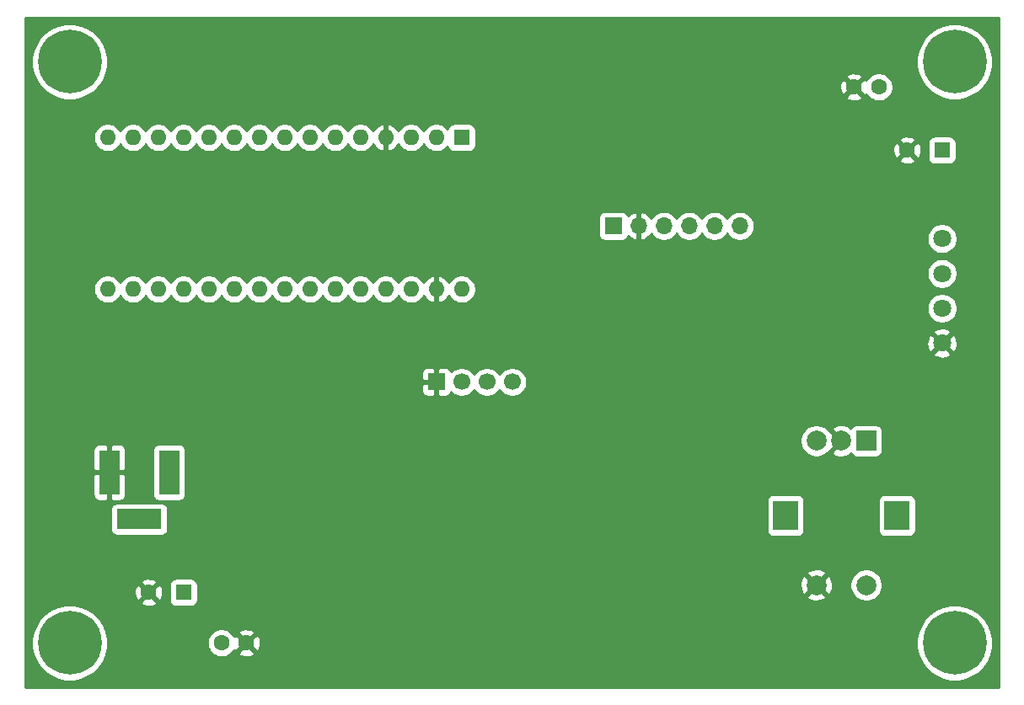
<source format=gbr>
%TF.GenerationSoftware,KiCad,Pcbnew,(5.1.6)-1*%
%TF.CreationDate,2020-11-24T18:28:39-05:00*%
%TF.ProjectId,ColorSensingLEDStrip,436f6c6f-7253-4656-9e73-696e674c4544,v1.0*%
%TF.SameCoordinates,Original*%
%TF.FileFunction,Copper,L2,Bot*%
%TF.FilePolarity,Positive*%
%FSLAX46Y46*%
G04 Gerber Fmt 4.6, Leading zero omitted, Abs format (unit mm)*
G04 Created by KiCad (PCBNEW (5.1.6)-1) date 2020-11-24 18:28:39*
%MOMM*%
%LPD*%
G01*
G04 APERTURE LIST*
%TA.AperFunction,ComponentPad*%
%ADD10C,1.800000*%
%TD*%
%TA.AperFunction,ComponentPad*%
%ADD11C,6.400000*%
%TD*%
%TA.AperFunction,ComponentPad*%
%ADD12O,1.700000X1.700000*%
%TD*%
%TA.AperFunction,ComponentPad*%
%ADD13R,1.700000X1.700000*%
%TD*%
%TA.AperFunction,ComponentPad*%
%ADD14C,1.700000*%
%TD*%
%TA.AperFunction,ComponentPad*%
%ADD15R,2.000000X2.000000*%
%TD*%
%TA.AperFunction,ComponentPad*%
%ADD16C,2.000000*%
%TD*%
%TA.AperFunction,ComponentPad*%
%ADD17R,2.500000X3.000000*%
%TD*%
%TA.AperFunction,ComponentPad*%
%ADD18R,2.000000X4.500000*%
%TD*%
%TA.AperFunction,ComponentPad*%
%ADD19R,4.500000X2.000000*%
%TD*%
%TA.AperFunction,ComponentPad*%
%ADD20C,1.600000*%
%TD*%
%TA.AperFunction,ComponentPad*%
%ADD21R,1.600000X1.600000*%
%TD*%
%TA.AperFunction,ComponentPad*%
%ADD22O,1.600000X1.600000*%
%TD*%
%TA.AperFunction,Conductor*%
%ADD23C,0.254000*%
%TD*%
G04 APERTURE END LIST*
D10*
%TO.P,J2,4*%
%TO.N,GND*%
X184150000Y-96225000D03*
%TO.P,J2,3*%
%TO.N,LED_DI*%
X184150000Y-92725000D03*
%TO.P,J2,2*%
%TO.N,LED_CI*%
X184150000Y-89225000D03*
%TO.P,J2,1*%
%TO.N,+5V*%
X184150000Y-85725000D03*
%TD*%
D11*
%TO.P,REF\u002A\u002A,1*%
%TO.N,N/C*%
X96520000Y-126365000D03*
%TD*%
%TO.P,REF\u002A\u002A,1*%
%TO.N,N/C*%
X96520000Y-67945000D03*
%TD*%
%TO.P,REF\u002A\u002A,1*%
%TO.N,N/C*%
X185420000Y-67945000D03*
%TD*%
%TO.P,REF\u002A\u002A,1*%
%TO.N,N/C*%
X185420000Y-126365000D03*
%TD*%
D12*
%TO.P,U1,6*%
%TO.N,Net-(U1-Pad6)*%
X163830000Y-84455000D03*
%TO.P,U1,5*%
%TO.N,Net-(U1-Pad5)*%
X161290000Y-84455000D03*
%TO.P,U1,4*%
%TO.N,I2C_SDA*%
X158750000Y-84455000D03*
%TO.P,U1,3*%
%TO.N,I2C_SCL*%
X156210000Y-84455000D03*
%TO.P,U1,2*%
%TO.N,GND*%
X153670000Y-84455000D03*
D13*
%TO.P,U1,1*%
%TO.N,+5V*%
X151130000Y-84455000D03*
%TD*%
D14*
%TO.P,U2,4*%
%TO.N,I2C_SDA*%
X140970000Y-100125000D03*
%TO.P,U2,3*%
%TO.N,I2C_SCL*%
X138430000Y-100125000D03*
%TO.P,U2,2*%
%TO.N,+5V*%
X135890000Y-100125000D03*
D13*
%TO.P,U2,1*%
%TO.N,GND*%
X133350000Y-100125000D03*
%TD*%
D15*
%TO.P,SW1,A*%
%TO.N,ENCODER_A*%
X176530000Y-106045000D03*
D16*
%TO.P,SW1,C*%
%TO.N,GND*%
X174030000Y-106045000D03*
%TO.P,SW1,B*%
%TO.N,ENCODER_B*%
X171530000Y-106045000D03*
D17*
%TO.P,SW1,MP*%
%TO.N,N/C*%
X179630000Y-113545000D03*
X168430000Y-113545000D03*
D16*
%TO.P,SW1,S1*%
%TO.N,ENCODER_SW*%
X176530000Y-120545000D03*
%TO.P,SW1,S2*%
%TO.N,GND*%
X171530000Y-120545000D03*
%TD*%
D18*
%TO.P,J1,2*%
%TO.N,GND*%
X100505000Y-109220000D03*
%TO.P,J1,1*%
%TO.N,+5V*%
X106505000Y-109220000D03*
D19*
%TO.P,J1,3*%
%TO.N,Net-(J1-Pad3)*%
X103505000Y-113920000D03*
%TD*%
D20*
%TO.P,C4,2*%
%TO.N,GND*%
X175300000Y-70485000D03*
%TO.P,C4,1*%
%TO.N,+5V*%
X177800000Y-70485000D03*
%TD*%
%TO.P,C3,2*%
%TO.N,GND*%
X180650000Y-76835000D03*
D21*
%TO.P,C3,1*%
%TO.N,+5V*%
X184150000Y-76835000D03*
%TD*%
D20*
%TO.P,C2,2*%
%TO.N,GND*%
X104450000Y-121285000D03*
D21*
%TO.P,C2,1*%
%TO.N,+5V*%
X107950000Y-121285000D03*
%TD*%
D20*
%TO.P,C1,2*%
%TO.N,GND*%
X114260000Y-126365000D03*
%TO.P,C1,1*%
%TO.N,+5V*%
X111760000Y-126365000D03*
%TD*%
D22*
%TO.P,A1,16*%
%TO.N,Net-(A1-Pad16)*%
X100330000Y-90805000D03*
%TO.P,A1,15*%
%TO.N,Net-(A1-Pad15)*%
X100330000Y-75565000D03*
%TO.P,A1,30*%
%TO.N,Net-(A1-Pad30)*%
X135890000Y-90805000D03*
%TO.P,A1,14*%
%TO.N,Net-(A1-Pad14)*%
X102870000Y-75565000D03*
%TO.P,A1,29*%
%TO.N,GND*%
X133350000Y-90805000D03*
%TO.P,A1,13*%
%TO.N,Net-(A1-Pad13)*%
X105410000Y-75565000D03*
%TO.P,A1,28*%
%TO.N,Net-(A1-Pad28)*%
X130810000Y-90805000D03*
%TO.P,A1,12*%
%TO.N,Net-(A1-Pad12)*%
X107950000Y-75565000D03*
%TO.P,A1,27*%
%TO.N,+5V*%
X128270000Y-90805000D03*
%TO.P,A1,11*%
%TO.N,Net-(A1-Pad11)*%
X110490000Y-75565000D03*
%TO.P,A1,26*%
%TO.N,Net-(A1-Pad26)*%
X125730000Y-90805000D03*
%TO.P,A1,10*%
%TO.N,Net-(A1-Pad10)*%
X113030000Y-75565000D03*
%TO.P,A1,25*%
%TO.N,Net-(A1-Pad25)*%
X123190000Y-90805000D03*
%TO.P,A1,9*%
%TO.N,Net-(A1-Pad9)*%
X115570000Y-75565000D03*
%TO.P,A1,24*%
%TO.N,I2C_SCL*%
X120650000Y-90805000D03*
%TO.P,A1,8*%
%TO.N,LED_DI*%
X118110000Y-75565000D03*
%TO.P,A1,23*%
%TO.N,I2C_SDA*%
X118110000Y-90805000D03*
%TO.P,A1,7*%
%TO.N,LED_CI*%
X120650000Y-75565000D03*
%TO.P,A1,22*%
%TO.N,Net-(A1-Pad22)*%
X115570000Y-90805000D03*
%TO.P,A1,6*%
%TO.N,Net-(A1-Pad6)*%
X123190000Y-75565000D03*
%TO.P,A1,21*%
%TO.N,ENCODER_B*%
X113030000Y-90805000D03*
%TO.P,A1,5*%
%TO.N,Net-(A1-Pad5)*%
X125730000Y-75565000D03*
%TO.P,A1,20*%
%TO.N,ENCODER_A*%
X110490000Y-90805000D03*
%TO.P,A1,4*%
%TO.N,GND*%
X128270000Y-75565000D03*
%TO.P,A1,19*%
%TO.N,ENCODER_SW*%
X107950000Y-90805000D03*
%TO.P,A1,3*%
%TO.N,Net-(A1-Pad3)*%
X130810000Y-75565000D03*
%TO.P,A1,18*%
%TO.N,Net-(A1-Pad18)*%
X105410000Y-90805000D03*
%TO.P,A1,2*%
%TO.N,Net-(A1-Pad2)*%
X133350000Y-75565000D03*
%TO.P,A1,17*%
%TO.N,Net-(A1-Pad17)*%
X102870000Y-90805000D03*
D21*
%TO.P,A1,1*%
%TO.N,Net-(A1-Pad1)*%
X135890000Y-75565000D03*
%TD*%
D23*
%TO.N,GND*%
G36*
X189840000Y-130785000D02*
G01*
X92100000Y-130785000D01*
X92100000Y-125987285D01*
X92685000Y-125987285D01*
X92685000Y-126742715D01*
X92832377Y-127483628D01*
X93121467Y-128181554D01*
X93541161Y-128809670D01*
X94075330Y-129343839D01*
X94703446Y-129763533D01*
X95401372Y-130052623D01*
X96142285Y-130200000D01*
X96897715Y-130200000D01*
X97638628Y-130052623D01*
X98336554Y-129763533D01*
X98964670Y-129343839D01*
X99498839Y-128809670D01*
X99918533Y-128181554D01*
X100207623Y-127483628D01*
X100355000Y-126742715D01*
X100355000Y-126223665D01*
X110325000Y-126223665D01*
X110325000Y-126506335D01*
X110380147Y-126783574D01*
X110488320Y-127044727D01*
X110645363Y-127279759D01*
X110845241Y-127479637D01*
X111080273Y-127636680D01*
X111341426Y-127744853D01*
X111618665Y-127800000D01*
X111901335Y-127800000D01*
X112178574Y-127744853D01*
X112439727Y-127636680D01*
X112674759Y-127479637D01*
X112796694Y-127357702D01*
X113446903Y-127357702D01*
X113518486Y-127601671D01*
X113773996Y-127722571D01*
X114048184Y-127791300D01*
X114330512Y-127805217D01*
X114610130Y-127763787D01*
X114876292Y-127668603D01*
X115001514Y-127601671D01*
X115073097Y-127357702D01*
X114260000Y-126544605D01*
X113446903Y-127357702D01*
X112796694Y-127357702D01*
X112874637Y-127279759D01*
X113008692Y-127079131D01*
X113023329Y-127106514D01*
X113267298Y-127178097D01*
X114080395Y-126365000D01*
X114439605Y-126365000D01*
X115252702Y-127178097D01*
X115496671Y-127106514D01*
X115617571Y-126851004D01*
X115686300Y-126576816D01*
X115700217Y-126294488D01*
X115658787Y-126014870D01*
X115648923Y-125987285D01*
X181585000Y-125987285D01*
X181585000Y-126742715D01*
X181732377Y-127483628D01*
X182021467Y-128181554D01*
X182441161Y-128809670D01*
X182975330Y-129343839D01*
X183603446Y-129763533D01*
X184301372Y-130052623D01*
X185042285Y-130200000D01*
X185797715Y-130200000D01*
X186538628Y-130052623D01*
X187236554Y-129763533D01*
X187864670Y-129343839D01*
X188398839Y-128809670D01*
X188818533Y-128181554D01*
X189107623Y-127483628D01*
X189255000Y-126742715D01*
X189255000Y-125987285D01*
X189107623Y-125246372D01*
X188818533Y-124548446D01*
X188398839Y-123920330D01*
X187864670Y-123386161D01*
X187236554Y-122966467D01*
X186538628Y-122677377D01*
X185797715Y-122530000D01*
X185042285Y-122530000D01*
X184301372Y-122677377D01*
X183603446Y-122966467D01*
X182975330Y-123386161D01*
X182441161Y-123920330D01*
X182021467Y-124548446D01*
X181732377Y-125246372D01*
X181585000Y-125987285D01*
X115648923Y-125987285D01*
X115563603Y-125748708D01*
X115496671Y-125623486D01*
X115252702Y-125551903D01*
X114439605Y-126365000D01*
X114080395Y-126365000D01*
X113267298Y-125551903D01*
X113023329Y-125623486D01*
X113009676Y-125652341D01*
X112874637Y-125450241D01*
X112796694Y-125372298D01*
X113446903Y-125372298D01*
X114260000Y-126185395D01*
X115073097Y-125372298D01*
X115001514Y-125128329D01*
X114746004Y-125007429D01*
X114471816Y-124938700D01*
X114189488Y-124924783D01*
X113909870Y-124966213D01*
X113643708Y-125061397D01*
X113518486Y-125128329D01*
X113446903Y-125372298D01*
X112796694Y-125372298D01*
X112674759Y-125250363D01*
X112439727Y-125093320D01*
X112178574Y-124985147D01*
X111901335Y-124930000D01*
X111618665Y-124930000D01*
X111341426Y-124985147D01*
X111080273Y-125093320D01*
X110845241Y-125250363D01*
X110645363Y-125450241D01*
X110488320Y-125685273D01*
X110380147Y-125946426D01*
X110325000Y-126223665D01*
X100355000Y-126223665D01*
X100355000Y-125987285D01*
X100207623Y-125246372D01*
X99918533Y-124548446D01*
X99498839Y-123920330D01*
X98964670Y-123386161D01*
X98336554Y-122966467D01*
X97638628Y-122677377D01*
X96897715Y-122530000D01*
X96142285Y-122530000D01*
X95401372Y-122677377D01*
X94703446Y-122966467D01*
X94075330Y-123386161D01*
X93541161Y-123920330D01*
X93121467Y-124548446D01*
X92832377Y-125246372D01*
X92685000Y-125987285D01*
X92100000Y-125987285D01*
X92100000Y-122277702D01*
X103636903Y-122277702D01*
X103708486Y-122521671D01*
X103963996Y-122642571D01*
X104238184Y-122711300D01*
X104520512Y-122725217D01*
X104800130Y-122683787D01*
X105066292Y-122588603D01*
X105191514Y-122521671D01*
X105263097Y-122277702D01*
X104450000Y-121464605D01*
X103636903Y-122277702D01*
X92100000Y-122277702D01*
X92100000Y-121355512D01*
X103009783Y-121355512D01*
X103051213Y-121635130D01*
X103146397Y-121901292D01*
X103213329Y-122026514D01*
X103457298Y-122098097D01*
X104270395Y-121285000D01*
X104629605Y-121285000D01*
X105442702Y-122098097D01*
X105686671Y-122026514D01*
X105807571Y-121771004D01*
X105876300Y-121496816D01*
X105890217Y-121214488D01*
X105848787Y-120934870D01*
X105753603Y-120668708D01*
X105686671Y-120543486D01*
X105487340Y-120485000D01*
X106511928Y-120485000D01*
X106511928Y-122085000D01*
X106524188Y-122209482D01*
X106560498Y-122329180D01*
X106619463Y-122439494D01*
X106698815Y-122536185D01*
X106795506Y-122615537D01*
X106905820Y-122674502D01*
X107025518Y-122710812D01*
X107150000Y-122723072D01*
X108750000Y-122723072D01*
X108874482Y-122710812D01*
X108994180Y-122674502D01*
X109104494Y-122615537D01*
X109201185Y-122536185D01*
X109280537Y-122439494D01*
X109339502Y-122329180D01*
X109375812Y-122209482D01*
X109388072Y-122085000D01*
X109388072Y-121680413D01*
X170574192Y-121680413D01*
X170669956Y-121944814D01*
X170959571Y-122085704D01*
X171271108Y-122167384D01*
X171592595Y-122186718D01*
X171911675Y-122142961D01*
X172216088Y-122037795D01*
X172390044Y-121944814D01*
X172485808Y-121680413D01*
X171530000Y-120724605D01*
X170574192Y-121680413D01*
X109388072Y-121680413D01*
X109388072Y-120607595D01*
X169888282Y-120607595D01*
X169932039Y-120926675D01*
X170037205Y-121231088D01*
X170130186Y-121405044D01*
X170394587Y-121500808D01*
X171350395Y-120545000D01*
X171709605Y-120545000D01*
X172665413Y-121500808D01*
X172929814Y-121405044D01*
X173070704Y-121115429D01*
X173152384Y-120803892D01*
X173171718Y-120482405D01*
X173158219Y-120383967D01*
X174895000Y-120383967D01*
X174895000Y-120706033D01*
X174957832Y-121021912D01*
X175081082Y-121319463D01*
X175260013Y-121587252D01*
X175487748Y-121814987D01*
X175755537Y-121993918D01*
X176053088Y-122117168D01*
X176368967Y-122180000D01*
X176691033Y-122180000D01*
X177006912Y-122117168D01*
X177304463Y-121993918D01*
X177572252Y-121814987D01*
X177799987Y-121587252D01*
X177978918Y-121319463D01*
X178102168Y-121021912D01*
X178165000Y-120706033D01*
X178165000Y-120383967D01*
X178102168Y-120068088D01*
X177978918Y-119770537D01*
X177799987Y-119502748D01*
X177572252Y-119275013D01*
X177304463Y-119096082D01*
X177006912Y-118972832D01*
X176691033Y-118910000D01*
X176368967Y-118910000D01*
X176053088Y-118972832D01*
X175755537Y-119096082D01*
X175487748Y-119275013D01*
X175260013Y-119502748D01*
X175081082Y-119770537D01*
X174957832Y-120068088D01*
X174895000Y-120383967D01*
X173158219Y-120383967D01*
X173127961Y-120163325D01*
X173022795Y-119858912D01*
X172929814Y-119684956D01*
X172665413Y-119589192D01*
X171709605Y-120545000D01*
X171350395Y-120545000D01*
X170394587Y-119589192D01*
X170130186Y-119684956D01*
X169989296Y-119974571D01*
X169907616Y-120286108D01*
X169888282Y-120607595D01*
X109388072Y-120607595D01*
X109388072Y-120485000D01*
X109375812Y-120360518D01*
X109339502Y-120240820D01*
X109280537Y-120130506D01*
X109201185Y-120033815D01*
X109104494Y-119954463D01*
X108994180Y-119895498D01*
X108874482Y-119859188D01*
X108750000Y-119846928D01*
X107150000Y-119846928D01*
X107025518Y-119859188D01*
X106905820Y-119895498D01*
X106795506Y-119954463D01*
X106698815Y-120033815D01*
X106619463Y-120130506D01*
X106560498Y-120240820D01*
X106524188Y-120360518D01*
X106511928Y-120485000D01*
X105487340Y-120485000D01*
X105442702Y-120471903D01*
X104629605Y-121285000D01*
X104270395Y-121285000D01*
X103457298Y-120471903D01*
X103213329Y-120543486D01*
X103092429Y-120798996D01*
X103023700Y-121073184D01*
X103009783Y-121355512D01*
X92100000Y-121355512D01*
X92100000Y-120292298D01*
X103636903Y-120292298D01*
X104450000Y-121105395D01*
X105263097Y-120292298D01*
X105191514Y-120048329D01*
X104936004Y-119927429D01*
X104661816Y-119858700D01*
X104379488Y-119844783D01*
X104099870Y-119886213D01*
X103833708Y-119981397D01*
X103708486Y-120048329D01*
X103636903Y-120292298D01*
X92100000Y-120292298D01*
X92100000Y-119409587D01*
X170574192Y-119409587D01*
X171530000Y-120365395D01*
X172485808Y-119409587D01*
X172390044Y-119145186D01*
X172100429Y-119004296D01*
X171788892Y-118922616D01*
X171467405Y-118903282D01*
X171148325Y-118947039D01*
X170843912Y-119052205D01*
X170669956Y-119145186D01*
X170574192Y-119409587D01*
X92100000Y-119409587D01*
X92100000Y-112920000D01*
X100616928Y-112920000D01*
X100616928Y-114920000D01*
X100629188Y-115044482D01*
X100665498Y-115164180D01*
X100724463Y-115274494D01*
X100803815Y-115371185D01*
X100900506Y-115450537D01*
X101010820Y-115509502D01*
X101130518Y-115545812D01*
X101255000Y-115558072D01*
X105755000Y-115558072D01*
X105879482Y-115545812D01*
X105999180Y-115509502D01*
X106109494Y-115450537D01*
X106206185Y-115371185D01*
X106285537Y-115274494D01*
X106344502Y-115164180D01*
X106380812Y-115044482D01*
X106393072Y-114920000D01*
X106393072Y-112920000D01*
X106380812Y-112795518D01*
X106344502Y-112675820D01*
X106285537Y-112565506D01*
X106206185Y-112468815D01*
X106109494Y-112389463D01*
X105999180Y-112330498D01*
X105879482Y-112294188D01*
X105755000Y-112281928D01*
X101255000Y-112281928D01*
X101130518Y-112294188D01*
X101010820Y-112330498D01*
X100900506Y-112389463D01*
X100803815Y-112468815D01*
X100724463Y-112565506D01*
X100665498Y-112675820D01*
X100629188Y-112795518D01*
X100616928Y-112920000D01*
X92100000Y-112920000D01*
X92100000Y-111470000D01*
X98866928Y-111470000D01*
X98879188Y-111594482D01*
X98915498Y-111714180D01*
X98974463Y-111824494D01*
X99053815Y-111921185D01*
X99150506Y-112000537D01*
X99260820Y-112059502D01*
X99380518Y-112095812D01*
X99505000Y-112108072D01*
X100219250Y-112105000D01*
X100378000Y-111946250D01*
X100378000Y-109347000D01*
X100632000Y-109347000D01*
X100632000Y-111946250D01*
X100790750Y-112105000D01*
X101505000Y-112108072D01*
X101629482Y-112095812D01*
X101749180Y-112059502D01*
X101859494Y-112000537D01*
X101956185Y-111921185D01*
X102035537Y-111824494D01*
X102094502Y-111714180D01*
X102130812Y-111594482D01*
X102143072Y-111470000D01*
X102140000Y-109505750D01*
X101981250Y-109347000D01*
X100632000Y-109347000D01*
X100378000Y-109347000D01*
X99028750Y-109347000D01*
X98870000Y-109505750D01*
X98866928Y-111470000D01*
X92100000Y-111470000D01*
X92100000Y-106970000D01*
X98866928Y-106970000D01*
X98870000Y-108934250D01*
X99028750Y-109093000D01*
X100378000Y-109093000D01*
X100378000Y-106493750D01*
X100632000Y-106493750D01*
X100632000Y-109093000D01*
X101981250Y-109093000D01*
X102140000Y-108934250D01*
X102143072Y-106970000D01*
X104866928Y-106970000D01*
X104866928Y-111470000D01*
X104879188Y-111594482D01*
X104915498Y-111714180D01*
X104974463Y-111824494D01*
X105053815Y-111921185D01*
X105150506Y-112000537D01*
X105260820Y-112059502D01*
X105380518Y-112095812D01*
X105505000Y-112108072D01*
X107505000Y-112108072D01*
X107629482Y-112095812D01*
X107749180Y-112059502D01*
X107776310Y-112045000D01*
X166541928Y-112045000D01*
X166541928Y-115045000D01*
X166554188Y-115169482D01*
X166590498Y-115289180D01*
X166649463Y-115399494D01*
X166728815Y-115496185D01*
X166825506Y-115575537D01*
X166935820Y-115634502D01*
X167055518Y-115670812D01*
X167180000Y-115683072D01*
X169680000Y-115683072D01*
X169804482Y-115670812D01*
X169924180Y-115634502D01*
X170034494Y-115575537D01*
X170131185Y-115496185D01*
X170210537Y-115399494D01*
X170269502Y-115289180D01*
X170305812Y-115169482D01*
X170318072Y-115045000D01*
X170318072Y-112045000D01*
X177741928Y-112045000D01*
X177741928Y-115045000D01*
X177754188Y-115169482D01*
X177790498Y-115289180D01*
X177849463Y-115399494D01*
X177928815Y-115496185D01*
X178025506Y-115575537D01*
X178135820Y-115634502D01*
X178255518Y-115670812D01*
X178380000Y-115683072D01*
X180880000Y-115683072D01*
X181004482Y-115670812D01*
X181124180Y-115634502D01*
X181234494Y-115575537D01*
X181331185Y-115496185D01*
X181410537Y-115399494D01*
X181469502Y-115289180D01*
X181505812Y-115169482D01*
X181518072Y-115045000D01*
X181518072Y-112045000D01*
X181505812Y-111920518D01*
X181469502Y-111800820D01*
X181410537Y-111690506D01*
X181331185Y-111593815D01*
X181234494Y-111514463D01*
X181124180Y-111455498D01*
X181004482Y-111419188D01*
X180880000Y-111406928D01*
X178380000Y-111406928D01*
X178255518Y-111419188D01*
X178135820Y-111455498D01*
X178025506Y-111514463D01*
X177928815Y-111593815D01*
X177849463Y-111690506D01*
X177790498Y-111800820D01*
X177754188Y-111920518D01*
X177741928Y-112045000D01*
X170318072Y-112045000D01*
X170305812Y-111920518D01*
X170269502Y-111800820D01*
X170210537Y-111690506D01*
X170131185Y-111593815D01*
X170034494Y-111514463D01*
X169924180Y-111455498D01*
X169804482Y-111419188D01*
X169680000Y-111406928D01*
X167180000Y-111406928D01*
X167055518Y-111419188D01*
X166935820Y-111455498D01*
X166825506Y-111514463D01*
X166728815Y-111593815D01*
X166649463Y-111690506D01*
X166590498Y-111800820D01*
X166554188Y-111920518D01*
X166541928Y-112045000D01*
X107776310Y-112045000D01*
X107859494Y-112000537D01*
X107956185Y-111921185D01*
X108035537Y-111824494D01*
X108094502Y-111714180D01*
X108130812Y-111594482D01*
X108143072Y-111470000D01*
X108143072Y-106970000D01*
X108130812Y-106845518D01*
X108094502Y-106725820D01*
X108035537Y-106615506D01*
X107956185Y-106518815D01*
X107859494Y-106439463D01*
X107749180Y-106380498D01*
X107629482Y-106344188D01*
X107505000Y-106331928D01*
X105505000Y-106331928D01*
X105380518Y-106344188D01*
X105260820Y-106380498D01*
X105150506Y-106439463D01*
X105053815Y-106518815D01*
X104974463Y-106615506D01*
X104915498Y-106725820D01*
X104879188Y-106845518D01*
X104866928Y-106970000D01*
X102143072Y-106970000D01*
X102130812Y-106845518D01*
X102094502Y-106725820D01*
X102035537Y-106615506D01*
X101956185Y-106518815D01*
X101859494Y-106439463D01*
X101749180Y-106380498D01*
X101629482Y-106344188D01*
X101505000Y-106331928D01*
X100790750Y-106335000D01*
X100632000Y-106493750D01*
X100378000Y-106493750D01*
X100219250Y-106335000D01*
X99505000Y-106331928D01*
X99380518Y-106344188D01*
X99260820Y-106380498D01*
X99150506Y-106439463D01*
X99053815Y-106518815D01*
X98974463Y-106615506D01*
X98915498Y-106725820D01*
X98879188Y-106845518D01*
X98866928Y-106970000D01*
X92100000Y-106970000D01*
X92100000Y-105883967D01*
X169895000Y-105883967D01*
X169895000Y-106206033D01*
X169957832Y-106521912D01*
X170081082Y-106819463D01*
X170260013Y-107087252D01*
X170487748Y-107314987D01*
X170755537Y-107493918D01*
X171053088Y-107617168D01*
X171368967Y-107680000D01*
X171691033Y-107680000D01*
X172006912Y-107617168D01*
X172304463Y-107493918D01*
X172572252Y-107314987D01*
X172799987Y-107087252D01*
X172864925Y-106990065D01*
X172894587Y-107000808D01*
X173850395Y-106045000D01*
X172894587Y-105089192D01*
X172864925Y-105099935D01*
X172799987Y-105002748D01*
X172706826Y-104909587D01*
X173074192Y-104909587D01*
X174030000Y-105865395D01*
X174044143Y-105851253D01*
X174223748Y-106030858D01*
X174209605Y-106045000D01*
X174223748Y-106059143D01*
X174044143Y-106238748D01*
X174030000Y-106224605D01*
X173074192Y-107180413D01*
X173169956Y-107444814D01*
X173459571Y-107585704D01*
X173771108Y-107667384D01*
X174092595Y-107686718D01*
X174411675Y-107642961D01*
X174716088Y-107537795D01*
X174890044Y-107444814D01*
X174944024Y-107295777D01*
X174999463Y-107399494D01*
X175078815Y-107496185D01*
X175175506Y-107575537D01*
X175285820Y-107634502D01*
X175405518Y-107670812D01*
X175530000Y-107683072D01*
X177530000Y-107683072D01*
X177654482Y-107670812D01*
X177774180Y-107634502D01*
X177884494Y-107575537D01*
X177981185Y-107496185D01*
X178060537Y-107399494D01*
X178119502Y-107289180D01*
X178155812Y-107169482D01*
X178168072Y-107045000D01*
X178168072Y-105045000D01*
X178155812Y-104920518D01*
X178119502Y-104800820D01*
X178060537Y-104690506D01*
X177981185Y-104593815D01*
X177884494Y-104514463D01*
X177774180Y-104455498D01*
X177654482Y-104419188D01*
X177530000Y-104406928D01*
X175530000Y-104406928D01*
X175405518Y-104419188D01*
X175285820Y-104455498D01*
X175175506Y-104514463D01*
X175078815Y-104593815D01*
X174999463Y-104690506D01*
X174944024Y-104794223D01*
X174890044Y-104645186D01*
X174600429Y-104504296D01*
X174288892Y-104422616D01*
X173967405Y-104403282D01*
X173648325Y-104447039D01*
X173343912Y-104552205D01*
X173169956Y-104645186D01*
X173074192Y-104909587D01*
X172706826Y-104909587D01*
X172572252Y-104775013D01*
X172304463Y-104596082D01*
X172006912Y-104472832D01*
X171691033Y-104410000D01*
X171368967Y-104410000D01*
X171053088Y-104472832D01*
X170755537Y-104596082D01*
X170487748Y-104775013D01*
X170260013Y-105002748D01*
X170081082Y-105270537D01*
X169957832Y-105568088D01*
X169895000Y-105883967D01*
X92100000Y-105883967D01*
X92100000Y-100975000D01*
X131861928Y-100975000D01*
X131874188Y-101099482D01*
X131910498Y-101219180D01*
X131969463Y-101329494D01*
X132048815Y-101426185D01*
X132145506Y-101505537D01*
X132255820Y-101564502D01*
X132375518Y-101600812D01*
X132500000Y-101613072D01*
X133064250Y-101610000D01*
X133223000Y-101451250D01*
X133223000Y-100252000D01*
X132023750Y-100252000D01*
X131865000Y-100410750D01*
X131861928Y-100975000D01*
X92100000Y-100975000D01*
X92100000Y-99275000D01*
X131861928Y-99275000D01*
X131865000Y-99839250D01*
X132023750Y-99998000D01*
X133223000Y-99998000D01*
X133223000Y-98798750D01*
X133477000Y-98798750D01*
X133477000Y-99998000D01*
X133497000Y-99998000D01*
X133497000Y-100252000D01*
X133477000Y-100252000D01*
X133477000Y-101451250D01*
X133635750Y-101610000D01*
X134200000Y-101613072D01*
X134324482Y-101600812D01*
X134444180Y-101564502D01*
X134554494Y-101505537D01*
X134651185Y-101426185D01*
X134730537Y-101329494D01*
X134789502Y-101219180D01*
X134811513Y-101146620D01*
X134943368Y-101278475D01*
X135186589Y-101440990D01*
X135456842Y-101552932D01*
X135743740Y-101610000D01*
X136036260Y-101610000D01*
X136323158Y-101552932D01*
X136593411Y-101440990D01*
X136836632Y-101278475D01*
X137043475Y-101071632D01*
X137160000Y-100897240D01*
X137276525Y-101071632D01*
X137483368Y-101278475D01*
X137726589Y-101440990D01*
X137996842Y-101552932D01*
X138283740Y-101610000D01*
X138576260Y-101610000D01*
X138863158Y-101552932D01*
X139133411Y-101440990D01*
X139376632Y-101278475D01*
X139583475Y-101071632D01*
X139700000Y-100897240D01*
X139816525Y-101071632D01*
X140023368Y-101278475D01*
X140266589Y-101440990D01*
X140536842Y-101552932D01*
X140823740Y-101610000D01*
X141116260Y-101610000D01*
X141403158Y-101552932D01*
X141673411Y-101440990D01*
X141916632Y-101278475D01*
X142123475Y-101071632D01*
X142285990Y-100828411D01*
X142397932Y-100558158D01*
X142455000Y-100271260D01*
X142455000Y-99978740D01*
X142397932Y-99691842D01*
X142285990Y-99421589D01*
X142123475Y-99178368D01*
X141916632Y-98971525D01*
X141673411Y-98809010D01*
X141403158Y-98697068D01*
X141116260Y-98640000D01*
X140823740Y-98640000D01*
X140536842Y-98697068D01*
X140266589Y-98809010D01*
X140023368Y-98971525D01*
X139816525Y-99178368D01*
X139700000Y-99352760D01*
X139583475Y-99178368D01*
X139376632Y-98971525D01*
X139133411Y-98809010D01*
X138863158Y-98697068D01*
X138576260Y-98640000D01*
X138283740Y-98640000D01*
X137996842Y-98697068D01*
X137726589Y-98809010D01*
X137483368Y-98971525D01*
X137276525Y-99178368D01*
X137160000Y-99352760D01*
X137043475Y-99178368D01*
X136836632Y-98971525D01*
X136593411Y-98809010D01*
X136323158Y-98697068D01*
X136036260Y-98640000D01*
X135743740Y-98640000D01*
X135456842Y-98697068D01*
X135186589Y-98809010D01*
X134943368Y-98971525D01*
X134811513Y-99103380D01*
X134789502Y-99030820D01*
X134730537Y-98920506D01*
X134651185Y-98823815D01*
X134554494Y-98744463D01*
X134444180Y-98685498D01*
X134324482Y-98649188D01*
X134200000Y-98636928D01*
X133635750Y-98640000D01*
X133477000Y-98798750D01*
X133223000Y-98798750D01*
X133064250Y-98640000D01*
X132500000Y-98636928D01*
X132375518Y-98649188D01*
X132255820Y-98685498D01*
X132145506Y-98744463D01*
X132048815Y-98823815D01*
X131969463Y-98920506D01*
X131910498Y-99030820D01*
X131874188Y-99150518D01*
X131861928Y-99275000D01*
X92100000Y-99275000D01*
X92100000Y-97289080D01*
X183265525Y-97289080D01*
X183349208Y-97543261D01*
X183621775Y-97674158D01*
X183914642Y-97749365D01*
X184216553Y-97765991D01*
X184515907Y-97723397D01*
X184801199Y-97623222D01*
X184950792Y-97543261D01*
X185034475Y-97289080D01*
X184150000Y-96404605D01*
X183265525Y-97289080D01*
X92100000Y-97289080D01*
X92100000Y-96291553D01*
X182609009Y-96291553D01*
X182651603Y-96590907D01*
X182751778Y-96876199D01*
X182831739Y-97025792D01*
X183085920Y-97109475D01*
X183970395Y-96225000D01*
X184329605Y-96225000D01*
X185214080Y-97109475D01*
X185468261Y-97025792D01*
X185599158Y-96753225D01*
X185674365Y-96460358D01*
X185690991Y-96158447D01*
X185648397Y-95859093D01*
X185548222Y-95573801D01*
X185468261Y-95424208D01*
X185214080Y-95340525D01*
X184329605Y-96225000D01*
X183970395Y-96225000D01*
X183085920Y-95340525D01*
X182831739Y-95424208D01*
X182700842Y-95696775D01*
X182625635Y-95989642D01*
X182609009Y-96291553D01*
X92100000Y-96291553D01*
X92100000Y-95160920D01*
X183265525Y-95160920D01*
X184150000Y-96045395D01*
X185034475Y-95160920D01*
X184950792Y-94906739D01*
X184678225Y-94775842D01*
X184385358Y-94700635D01*
X184083447Y-94684009D01*
X183784093Y-94726603D01*
X183498801Y-94826778D01*
X183349208Y-94906739D01*
X183265525Y-95160920D01*
X92100000Y-95160920D01*
X92100000Y-92573816D01*
X182615000Y-92573816D01*
X182615000Y-92876184D01*
X182673989Y-93172743D01*
X182789701Y-93452095D01*
X182957688Y-93703505D01*
X183171495Y-93917312D01*
X183422905Y-94085299D01*
X183702257Y-94201011D01*
X183998816Y-94260000D01*
X184301184Y-94260000D01*
X184597743Y-94201011D01*
X184877095Y-94085299D01*
X185128505Y-93917312D01*
X185342312Y-93703505D01*
X185510299Y-93452095D01*
X185626011Y-93172743D01*
X185685000Y-92876184D01*
X185685000Y-92573816D01*
X185626011Y-92277257D01*
X185510299Y-91997905D01*
X185342312Y-91746495D01*
X185128505Y-91532688D01*
X184877095Y-91364701D01*
X184597743Y-91248989D01*
X184301184Y-91190000D01*
X183998816Y-91190000D01*
X183702257Y-91248989D01*
X183422905Y-91364701D01*
X183171495Y-91532688D01*
X182957688Y-91746495D01*
X182789701Y-91997905D01*
X182673989Y-92277257D01*
X182615000Y-92573816D01*
X92100000Y-92573816D01*
X92100000Y-90663665D01*
X98895000Y-90663665D01*
X98895000Y-90946335D01*
X98950147Y-91223574D01*
X99058320Y-91484727D01*
X99215363Y-91719759D01*
X99415241Y-91919637D01*
X99650273Y-92076680D01*
X99911426Y-92184853D01*
X100188665Y-92240000D01*
X100471335Y-92240000D01*
X100748574Y-92184853D01*
X101009727Y-92076680D01*
X101244759Y-91919637D01*
X101444637Y-91719759D01*
X101600000Y-91487241D01*
X101755363Y-91719759D01*
X101955241Y-91919637D01*
X102190273Y-92076680D01*
X102451426Y-92184853D01*
X102728665Y-92240000D01*
X103011335Y-92240000D01*
X103288574Y-92184853D01*
X103549727Y-92076680D01*
X103784759Y-91919637D01*
X103984637Y-91719759D01*
X104140000Y-91487241D01*
X104295363Y-91719759D01*
X104495241Y-91919637D01*
X104730273Y-92076680D01*
X104991426Y-92184853D01*
X105268665Y-92240000D01*
X105551335Y-92240000D01*
X105828574Y-92184853D01*
X106089727Y-92076680D01*
X106324759Y-91919637D01*
X106524637Y-91719759D01*
X106680000Y-91487241D01*
X106835363Y-91719759D01*
X107035241Y-91919637D01*
X107270273Y-92076680D01*
X107531426Y-92184853D01*
X107808665Y-92240000D01*
X108091335Y-92240000D01*
X108368574Y-92184853D01*
X108629727Y-92076680D01*
X108864759Y-91919637D01*
X109064637Y-91719759D01*
X109220000Y-91487241D01*
X109375363Y-91719759D01*
X109575241Y-91919637D01*
X109810273Y-92076680D01*
X110071426Y-92184853D01*
X110348665Y-92240000D01*
X110631335Y-92240000D01*
X110908574Y-92184853D01*
X111169727Y-92076680D01*
X111404759Y-91919637D01*
X111604637Y-91719759D01*
X111760000Y-91487241D01*
X111915363Y-91719759D01*
X112115241Y-91919637D01*
X112350273Y-92076680D01*
X112611426Y-92184853D01*
X112888665Y-92240000D01*
X113171335Y-92240000D01*
X113448574Y-92184853D01*
X113709727Y-92076680D01*
X113944759Y-91919637D01*
X114144637Y-91719759D01*
X114300000Y-91487241D01*
X114455363Y-91719759D01*
X114655241Y-91919637D01*
X114890273Y-92076680D01*
X115151426Y-92184853D01*
X115428665Y-92240000D01*
X115711335Y-92240000D01*
X115988574Y-92184853D01*
X116249727Y-92076680D01*
X116484759Y-91919637D01*
X116684637Y-91719759D01*
X116840000Y-91487241D01*
X116995363Y-91719759D01*
X117195241Y-91919637D01*
X117430273Y-92076680D01*
X117691426Y-92184853D01*
X117968665Y-92240000D01*
X118251335Y-92240000D01*
X118528574Y-92184853D01*
X118789727Y-92076680D01*
X119024759Y-91919637D01*
X119224637Y-91719759D01*
X119380000Y-91487241D01*
X119535363Y-91719759D01*
X119735241Y-91919637D01*
X119970273Y-92076680D01*
X120231426Y-92184853D01*
X120508665Y-92240000D01*
X120791335Y-92240000D01*
X121068574Y-92184853D01*
X121329727Y-92076680D01*
X121564759Y-91919637D01*
X121764637Y-91719759D01*
X121920000Y-91487241D01*
X122075363Y-91719759D01*
X122275241Y-91919637D01*
X122510273Y-92076680D01*
X122771426Y-92184853D01*
X123048665Y-92240000D01*
X123331335Y-92240000D01*
X123608574Y-92184853D01*
X123869727Y-92076680D01*
X124104759Y-91919637D01*
X124304637Y-91719759D01*
X124460000Y-91487241D01*
X124615363Y-91719759D01*
X124815241Y-91919637D01*
X125050273Y-92076680D01*
X125311426Y-92184853D01*
X125588665Y-92240000D01*
X125871335Y-92240000D01*
X126148574Y-92184853D01*
X126409727Y-92076680D01*
X126644759Y-91919637D01*
X126844637Y-91719759D01*
X127000000Y-91487241D01*
X127155363Y-91719759D01*
X127355241Y-91919637D01*
X127590273Y-92076680D01*
X127851426Y-92184853D01*
X128128665Y-92240000D01*
X128411335Y-92240000D01*
X128688574Y-92184853D01*
X128949727Y-92076680D01*
X129184759Y-91919637D01*
X129384637Y-91719759D01*
X129540000Y-91487241D01*
X129695363Y-91719759D01*
X129895241Y-91919637D01*
X130130273Y-92076680D01*
X130391426Y-92184853D01*
X130668665Y-92240000D01*
X130951335Y-92240000D01*
X131228574Y-92184853D01*
X131489727Y-92076680D01*
X131724759Y-91919637D01*
X131924637Y-91719759D01*
X132081680Y-91484727D01*
X132086067Y-91474135D01*
X132197615Y-91660131D01*
X132386586Y-91868519D01*
X132612580Y-92036037D01*
X132866913Y-92156246D01*
X133000961Y-92196904D01*
X133223000Y-92074915D01*
X133223000Y-90932000D01*
X133203000Y-90932000D01*
X133203000Y-90678000D01*
X133223000Y-90678000D01*
X133223000Y-89535085D01*
X133477000Y-89535085D01*
X133477000Y-90678000D01*
X133497000Y-90678000D01*
X133497000Y-90932000D01*
X133477000Y-90932000D01*
X133477000Y-92074915D01*
X133699039Y-92196904D01*
X133833087Y-92156246D01*
X134087420Y-92036037D01*
X134313414Y-91868519D01*
X134502385Y-91660131D01*
X134613933Y-91474135D01*
X134618320Y-91484727D01*
X134775363Y-91719759D01*
X134975241Y-91919637D01*
X135210273Y-92076680D01*
X135471426Y-92184853D01*
X135748665Y-92240000D01*
X136031335Y-92240000D01*
X136308574Y-92184853D01*
X136569727Y-92076680D01*
X136804759Y-91919637D01*
X137004637Y-91719759D01*
X137161680Y-91484727D01*
X137269853Y-91223574D01*
X137325000Y-90946335D01*
X137325000Y-90663665D01*
X137269853Y-90386426D01*
X137161680Y-90125273D01*
X137004637Y-89890241D01*
X136804759Y-89690363D01*
X136569727Y-89533320D01*
X136308574Y-89425147D01*
X136031335Y-89370000D01*
X135748665Y-89370000D01*
X135471426Y-89425147D01*
X135210273Y-89533320D01*
X134975241Y-89690363D01*
X134775363Y-89890241D01*
X134618320Y-90125273D01*
X134613933Y-90135865D01*
X134502385Y-89949869D01*
X134313414Y-89741481D01*
X134087420Y-89573963D01*
X133833087Y-89453754D01*
X133699039Y-89413096D01*
X133477000Y-89535085D01*
X133223000Y-89535085D01*
X133000961Y-89413096D01*
X132866913Y-89453754D01*
X132612580Y-89573963D01*
X132386586Y-89741481D01*
X132197615Y-89949869D01*
X132086067Y-90135865D01*
X132081680Y-90125273D01*
X131924637Y-89890241D01*
X131724759Y-89690363D01*
X131489727Y-89533320D01*
X131228574Y-89425147D01*
X130951335Y-89370000D01*
X130668665Y-89370000D01*
X130391426Y-89425147D01*
X130130273Y-89533320D01*
X129895241Y-89690363D01*
X129695363Y-89890241D01*
X129540000Y-90122759D01*
X129384637Y-89890241D01*
X129184759Y-89690363D01*
X128949727Y-89533320D01*
X128688574Y-89425147D01*
X128411335Y-89370000D01*
X128128665Y-89370000D01*
X127851426Y-89425147D01*
X127590273Y-89533320D01*
X127355241Y-89690363D01*
X127155363Y-89890241D01*
X127000000Y-90122759D01*
X126844637Y-89890241D01*
X126644759Y-89690363D01*
X126409727Y-89533320D01*
X126148574Y-89425147D01*
X125871335Y-89370000D01*
X125588665Y-89370000D01*
X125311426Y-89425147D01*
X125050273Y-89533320D01*
X124815241Y-89690363D01*
X124615363Y-89890241D01*
X124460000Y-90122759D01*
X124304637Y-89890241D01*
X124104759Y-89690363D01*
X123869727Y-89533320D01*
X123608574Y-89425147D01*
X123331335Y-89370000D01*
X123048665Y-89370000D01*
X122771426Y-89425147D01*
X122510273Y-89533320D01*
X122275241Y-89690363D01*
X122075363Y-89890241D01*
X121920000Y-90122759D01*
X121764637Y-89890241D01*
X121564759Y-89690363D01*
X121329727Y-89533320D01*
X121068574Y-89425147D01*
X120791335Y-89370000D01*
X120508665Y-89370000D01*
X120231426Y-89425147D01*
X119970273Y-89533320D01*
X119735241Y-89690363D01*
X119535363Y-89890241D01*
X119380000Y-90122759D01*
X119224637Y-89890241D01*
X119024759Y-89690363D01*
X118789727Y-89533320D01*
X118528574Y-89425147D01*
X118251335Y-89370000D01*
X117968665Y-89370000D01*
X117691426Y-89425147D01*
X117430273Y-89533320D01*
X117195241Y-89690363D01*
X116995363Y-89890241D01*
X116840000Y-90122759D01*
X116684637Y-89890241D01*
X116484759Y-89690363D01*
X116249727Y-89533320D01*
X115988574Y-89425147D01*
X115711335Y-89370000D01*
X115428665Y-89370000D01*
X115151426Y-89425147D01*
X114890273Y-89533320D01*
X114655241Y-89690363D01*
X114455363Y-89890241D01*
X114300000Y-90122759D01*
X114144637Y-89890241D01*
X113944759Y-89690363D01*
X113709727Y-89533320D01*
X113448574Y-89425147D01*
X113171335Y-89370000D01*
X112888665Y-89370000D01*
X112611426Y-89425147D01*
X112350273Y-89533320D01*
X112115241Y-89690363D01*
X111915363Y-89890241D01*
X111760000Y-90122759D01*
X111604637Y-89890241D01*
X111404759Y-89690363D01*
X111169727Y-89533320D01*
X110908574Y-89425147D01*
X110631335Y-89370000D01*
X110348665Y-89370000D01*
X110071426Y-89425147D01*
X109810273Y-89533320D01*
X109575241Y-89690363D01*
X109375363Y-89890241D01*
X109220000Y-90122759D01*
X109064637Y-89890241D01*
X108864759Y-89690363D01*
X108629727Y-89533320D01*
X108368574Y-89425147D01*
X108091335Y-89370000D01*
X107808665Y-89370000D01*
X107531426Y-89425147D01*
X107270273Y-89533320D01*
X107035241Y-89690363D01*
X106835363Y-89890241D01*
X106680000Y-90122759D01*
X106524637Y-89890241D01*
X106324759Y-89690363D01*
X106089727Y-89533320D01*
X105828574Y-89425147D01*
X105551335Y-89370000D01*
X105268665Y-89370000D01*
X104991426Y-89425147D01*
X104730273Y-89533320D01*
X104495241Y-89690363D01*
X104295363Y-89890241D01*
X104140000Y-90122759D01*
X103984637Y-89890241D01*
X103784759Y-89690363D01*
X103549727Y-89533320D01*
X103288574Y-89425147D01*
X103011335Y-89370000D01*
X102728665Y-89370000D01*
X102451426Y-89425147D01*
X102190273Y-89533320D01*
X101955241Y-89690363D01*
X101755363Y-89890241D01*
X101600000Y-90122759D01*
X101444637Y-89890241D01*
X101244759Y-89690363D01*
X101009727Y-89533320D01*
X100748574Y-89425147D01*
X100471335Y-89370000D01*
X100188665Y-89370000D01*
X99911426Y-89425147D01*
X99650273Y-89533320D01*
X99415241Y-89690363D01*
X99215363Y-89890241D01*
X99058320Y-90125273D01*
X98950147Y-90386426D01*
X98895000Y-90663665D01*
X92100000Y-90663665D01*
X92100000Y-89073816D01*
X182615000Y-89073816D01*
X182615000Y-89376184D01*
X182673989Y-89672743D01*
X182789701Y-89952095D01*
X182957688Y-90203505D01*
X183171495Y-90417312D01*
X183422905Y-90585299D01*
X183702257Y-90701011D01*
X183998816Y-90760000D01*
X184301184Y-90760000D01*
X184597743Y-90701011D01*
X184877095Y-90585299D01*
X185128505Y-90417312D01*
X185342312Y-90203505D01*
X185510299Y-89952095D01*
X185626011Y-89672743D01*
X185685000Y-89376184D01*
X185685000Y-89073816D01*
X185626011Y-88777257D01*
X185510299Y-88497905D01*
X185342312Y-88246495D01*
X185128505Y-88032688D01*
X184877095Y-87864701D01*
X184597743Y-87748989D01*
X184301184Y-87690000D01*
X183998816Y-87690000D01*
X183702257Y-87748989D01*
X183422905Y-87864701D01*
X183171495Y-88032688D01*
X182957688Y-88246495D01*
X182789701Y-88497905D01*
X182673989Y-88777257D01*
X182615000Y-89073816D01*
X92100000Y-89073816D01*
X92100000Y-83605000D01*
X149641928Y-83605000D01*
X149641928Y-85305000D01*
X149654188Y-85429482D01*
X149690498Y-85549180D01*
X149749463Y-85659494D01*
X149828815Y-85756185D01*
X149925506Y-85835537D01*
X150035820Y-85894502D01*
X150155518Y-85930812D01*
X150280000Y-85943072D01*
X151980000Y-85943072D01*
X152104482Y-85930812D01*
X152224180Y-85894502D01*
X152334494Y-85835537D01*
X152431185Y-85756185D01*
X152510537Y-85659494D01*
X152569502Y-85549180D01*
X152593966Y-85468534D01*
X152669731Y-85552588D01*
X152903080Y-85726641D01*
X153165901Y-85851825D01*
X153313110Y-85896476D01*
X153543000Y-85775155D01*
X153543000Y-84582000D01*
X153523000Y-84582000D01*
X153523000Y-84328000D01*
X153543000Y-84328000D01*
X153543000Y-83134845D01*
X153797000Y-83134845D01*
X153797000Y-84328000D01*
X153817000Y-84328000D01*
X153817000Y-84582000D01*
X153797000Y-84582000D01*
X153797000Y-85775155D01*
X154026890Y-85896476D01*
X154174099Y-85851825D01*
X154436920Y-85726641D01*
X154670269Y-85552588D01*
X154865178Y-85336355D01*
X154934805Y-85219466D01*
X155056525Y-85401632D01*
X155263368Y-85608475D01*
X155506589Y-85770990D01*
X155776842Y-85882932D01*
X156063740Y-85940000D01*
X156356260Y-85940000D01*
X156643158Y-85882932D01*
X156913411Y-85770990D01*
X157156632Y-85608475D01*
X157363475Y-85401632D01*
X157480000Y-85227240D01*
X157596525Y-85401632D01*
X157803368Y-85608475D01*
X158046589Y-85770990D01*
X158316842Y-85882932D01*
X158603740Y-85940000D01*
X158896260Y-85940000D01*
X159183158Y-85882932D01*
X159453411Y-85770990D01*
X159696632Y-85608475D01*
X159903475Y-85401632D01*
X160020000Y-85227240D01*
X160136525Y-85401632D01*
X160343368Y-85608475D01*
X160586589Y-85770990D01*
X160856842Y-85882932D01*
X161143740Y-85940000D01*
X161436260Y-85940000D01*
X161723158Y-85882932D01*
X161993411Y-85770990D01*
X162236632Y-85608475D01*
X162443475Y-85401632D01*
X162560000Y-85227240D01*
X162676525Y-85401632D01*
X162883368Y-85608475D01*
X163126589Y-85770990D01*
X163396842Y-85882932D01*
X163683740Y-85940000D01*
X163976260Y-85940000D01*
X164263158Y-85882932D01*
X164533411Y-85770990D01*
X164776632Y-85608475D01*
X164811291Y-85573816D01*
X182615000Y-85573816D01*
X182615000Y-85876184D01*
X182673989Y-86172743D01*
X182789701Y-86452095D01*
X182957688Y-86703505D01*
X183171495Y-86917312D01*
X183422905Y-87085299D01*
X183702257Y-87201011D01*
X183998816Y-87260000D01*
X184301184Y-87260000D01*
X184597743Y-87201011D01*
X184877095Y-87085299D01*
X185128505Y-86917312D01*
X185342312Y-86703505D01*
X185510299Y-86452095D01*
X185626011Y-86172743D01*
X185685000Y-85876184D01*
X185685000Y-85573816D01*
X185626011Y-85277257D01*
X185510299Y-84997905D01*
X185342312Y-84746495D01*
X185128505Y-84532688D01*
X184877095Y-84364701D01*
X184597743Y-84248989D01*
X184301184Y-84190000D01*
X183998816Y-84190000D01*
X183702257Y-84248989D01*
X183422905Y-84364701D01*
X183171495Y-84532688D01*
X182957688Y-84746495D01*
X182789701Y-84997905D01*
X182673989Y-85277257D01*
X182615000Y-85573816D01*
X164811291Y-85573816D01*
X164983475Y-85401632D01*
X165145990Y-85158411D01*
X165257932Y-84888158D01*
X165315000Y-84601260D01*
X165315000Y-84308740D01*
X165257932Y-84021842D01*
X165145990Y-83751589D01*
X164983475Y-83508368D01*
X164776632Y-83301525D01*
X164533411Y-83139010D01*
X164263158Y-83027068D01*
X163976260Y-82970000D01*
X163683740Y-82970000D01*
X163396842Y-83027068D01*
X163126589Y-83139010D01*
X162883368Y-83301525D01*
X162676525Y-83508368D01*
X162560000Y-83682760D01*
X162443475Y-83508368D01*
X162236632Y-83301525D01*
X161993411Y-83139010D01*
X161723158Y-83027068D01*
X161436260Y-82970000D01*
X161143740Y-82970000D01*
X160856842Y-83027068D01*
X160586589Y-83139010D01*
X160343368Y-83301525D01*
X160136525Y-83508368D01*
X160020000Y-83682760D01*
X159903475Y-83508368D01*
X159696632Y-83301525D01*
X159453411Y-83139010D01*
X159183158Y-83027068D01*
X158896260Y-82970000D01*
X158603740Y-82970000D01*
X158316842Y-83027068D01*
X158046589Y-83139010D01*
X157803368Y-83301525D01*
X157596525Y-83508368D01*
X157480000Y-83682760D01*
X157363475Y-83508368D01*
X157156632Y-83301525D01*
X156913411Y-83139010D01*
X156643158Y-83027068D01*
X156356260Y-82970000D01*
X156063740Y-82970000D01*
X155776842Y-83027068D01*
X155506589Y-83139010D01*
X155263368Y-83301525D01*
X155056525Y-83508368D01*
X154934805Y-83690534D01*
X154865178Y-83573645D01*
X154670269Y-83357412D01*
X154436920Y-83183359D01*
X154174099Y-83058175D01*
X154026890Y-83013524D01*
X153797000Y-83134845D01*
X153543000Y-83134845D01*
X153313110Y-83013524D01*
X153165901Y-83058175D01*
X152903080Y-83183359D01*
X152669731Y-83357412D01*
X152593966Y-83441466D01*
X152569502Y-83360820D01*
X152510537Y-83250506D01*
X152431185Y-83153815D01*
X152334494Y-83074463D01*
X152224180Y-83015498D01*
X152104482Y-82979188D01*
X151980000Y-82966928D01*
X150280000Y-82966928D01*
X150155518Y-82979188D01*
X150035820Y-83015498D01*
X149925506Y-83074463D01*
X149828815Y-83153815D01*
X149749463Y-83250506D01*
X149690498Y-83360820D01*
X149654188Y-83480518D01*
X149641928Y-83605000D01*
X92100000Y-83605000D01*
X92100000Y-77827702D01*
X179836903Y-77827702D01*
X179908486Y-78071671D01*
X180163996Y-78192571D01*
X180438184Y-78261300D01*
X180720512Y-78275217D01*
X181000130Y-78233787D01*
X181266292Y-78138603D01*
X181391514Y-78071671D01*
X181463097Y-77827702D01*
X180650000Y-77014605D01*
X179836903Y-77827702D01*
X92100000Y-77827702D01*
X92100000Y-75423665D01*
X98895000Y-75423665D01*
X98895000Y-75706335D01*
X98950147Y-75983574D01*
X99058320Y-76244727D01*
X99215363Y-76479759D01*
X99415241Y-76679637D01*
X99650273Y-76836680D01*
X99911426Y-76944853D01*
X100188665Y-77000000D01*
X100471335Y-77000000D01*
X100748574Y-76944853D01*
X101009727Y-76836680D01*
X101244759Y-76679637D01*
X101444637Y-76479759D01*
X101600000Y-76247241D01*
X101755363Y-76479759D01*
X101955241Y-76679637D01*
X102190273Y-76836680D01*
X102451426Y-76944853D01*
X102728665Y-77000000D01*
X103011335Y-77000000D01*
X103288574Y-76944853D01*
X103549727Y-76836680D01*
X103784759Y-76679637D01*
X103984637Y-76479759D01*
X104140000Y-76247241D01*
X104295363Y-76479759D01*
X104495241Y-76679637D01*
X104730273Y-76836680D01*
X104991426Y-76944853D01*
X105268665Y-77000000D01*
X105551335Y-77000000D01*
X105828574Y-76944853D01*
X106089727Y-76836680D01*
X106324759Y-76679637D01*
X106524637Y-76479759D01*
X106680000Y-76247241D01*
X106835363Y-76479759D01*
X107035241Y-76679637D01*
X107270273Y-76836680D01*
X107531426Y-76944853D01*
X107808665Y-77000000D01*
X108091335Y-77000000D01*
X108368574Y-76944853D01*
X108629727Y-76836680D01*
X108864759Y-76679637D01*
X109064637Y-76479759D01*
X109220000Y-76247241D01*
X109375363Y-76479759D01*
X109575241Y-76679637D01*
X109810273Y-76836680D01*
X110071426Y-76944853D01*
X110348665Y-77000000D01*
X110631335Y-77000000D01*
X110908574Y-76944853D01*
X111169727Y-76836680D01*
X111404759Y-76679637D01*
X111604637Y-76479759D01*
X111760000Y-76247241D01*
X111915363Y-76479759D01*
X112115241Y-76679637D01*
X112350273Y-76836680D01*
X112611426Y-76944853D01*
X112888665Y-77000000D01*
X113171335Y-77000000D01*
X113448574Y-76944853D01*
X113709727Y-76836680D01*
X113944759Y-76679637D01*
X114144637Y-76479759D01*
X114300000Y-76247241D01*
X114455363Y-76479759D01*
X114655241Y-76679637D01*
X114890273Y-76836680D01*
X115151426Y-76944853D01*
X115428665Y-77000000D01*
X115711335Y-77000000D01*
X115988574Y-76944853D01*
X116249727Y-76836680D01*
X116484759Y-76679637D01*
X116684637Y-76479759D01*
X116840000Y-76247241D01*
X116995363Y-76479759D01*
X117195241Y-76679637D01*
X117430273Y-76836680D01*
X117691426Y-76944853D01*
X117968665Y-77000000D01*
X118251335Y-77000000D01*
X118528574Y-76944853D01*
X118789727Y-76836680D01*
X119024759Y-76679637D01*
X119224637Y-76479759D01*
X119380000Y-76247241D01*
X119535363Y-76479759D01*
X119735241Y-76679637D01*
X119970273Y-76836680D01*
X120231426Y-76944853D01*
X120508665Y-77000000D01*
X120791335Y-77000000D01*
X121068574Y-76944853D01*
X121329727Y-76836680D01*
X121564759Y-76679637D01*
X121764637Y-76479759D01*
X121920000Y-76247241D01*
X122075363Y-76479759D01*
X122275241Y-76679637D01*
X122510273Y-76836680D01*
X122771426Y-76944853D01*
X123048665Y-77000000D01*
X123331335Y-77000000D01*
X123608574Y-76944853D01*
X123869727Y-76836680D01*
X124104759Y-76679637D01*
X124304637Y-76479759D01*
X124460000Y-76247241D01*
X124615363Y-76479759D01*
X124815241Y-76679637D01*
X125050273Y-76836680D01*
X125311426Y-76944853D01*
X125588665Y-77000000D01*
X125871335Y-77000000D01*
X126148574Y-76944853D01*
X126409727Y-76836680D01*
X126644759Y-76679637D01*
X126844637Y-76479759D01*
X127001680Y-76244727D01*
X127006067Y-76234135D01*
X127117615Y-76420131D01*
X127306586Y-76628519D01*
X127532580Y-76796037D01*
X127786913Y-76916246D01*
X127920961Y-76956904D01*
X128143000Y-76834915D01*
X128143000Y-75692000D01*
X128123000Y-75692000D01*
X128123000Y-75438000D01*
X128143000Y-75438000D01*
X128143000Y-74295085D01*
X128397000Y-74295085D01*
X128397000Y-75438000D01*
X128417000Y-75438000D01*
X128417000Y-75692000D01*
X128397000Y-75692000D01*
X128397000Y-76834915D01*
X128619039Y-76956904D01*
X128753087Y-76916246D01*
X129007420Y-76796037D01*
X129233414Y-76628519D01*
X129422385Y-76420131D01*
X129533933Y-76234135D01*
X129538320Y-76244727D01*
X129695363Y-76479759D01*
X129895241Y-76679637D01*
X130130273Y-76836680D01*
X130391426Y-76944853D01*
X130668665Y-77000000D01*
X130951335Y-77000000D01*
X131228574Y-76944853D01*
X131489727Y-76836680D01*
X131724759Y-76679637D01*
X131924637Y-76479759D01*
X132080000Y-76247241D01*
X132235363Y-76479759D01*
X132435241Y-76679637D01*
X132670273Y-76836680D01*
X132931426Y-76944853D01*
X133208665Y-77000000D01*
X133491335Y-77000000D01*
X133768574Y-76944853D01*
X134029727Y-76836680D01*
X134264759Y-76679637D01*
X134463357Y-76481039D01*
X134464188Y-76489482D01*
X134500498Y-76609180D01*
X134559463Y-76719494D01*
X134638815Y-76816185D01*
X134735506Y-76895537D01*
X134845820Y-76954502D01*
X134965518Y-76990812D01*
X135090000Y-77003072D01*
X136690000Y-77003072D01*
X136814482Y-76990812D01*
X136934180Y-76954502D01*
X137025832Y-76905512D01*
X179209783Y-76905512D01*
X179251213Y-77185130D01*
X179346397Y-77451292D01*
X179413329Y-77576514D01*
X179657298Y-77648097D01*
X180470395Y-76835000D01*
X180829605Y-76835000D01*
X181642702Y-77648097D01*
X181886671Y-77576514D01*
X182007571Y-77321004D01*
X182076300Y-77046816D01*
X182090217Y-76764488D01*
X182048787Y-76484870D01*
X181953603Y-76218708D01*
X181886671Y-76093486D01*
X181687340Y-76035000D01*
X182711928Y-76035000D01*
X182711928Y-77635000D01*
X182724188Y-77759482D01*
X182760498Y-77879180D01*
X182819463Y-77989494D01*
X182898815Y-78086185D01*
X182995506Y-78165537D01*
X183105820Y-78224502D01*
X183225518Y-78260812D01*
X183350000Y-78273072D01*
X184950000Y-78273072D01*
X185074482Y-78260812D01*
X185194180Y-78224502D01*
X185304494Y-78165537D01*
X185401185Y-78086185D01*
X185480537Y-77989494D01*
X185539502Y-77879180D01*
X185575812Y-77759482D01*
X185588072Y-77635000D01*
X185588072Y-76035000D01*
X185575812Y-75910518D01*
X185539502Y-75790820D01*
X185480537Y-75680506D01*
X185401185Y-75583815D01*
X185304494Y-75504463D01*
X185194180Y-75445498D01*
X185074482Y-75409188D01*
X184950000Y-75396928D01*
X183350000Y-75396928D01*
X183225518Y-75409188D01*
X183105820Y-75445498D01*
X182995506Y-75504463D01*
X182898815Y-75583815D01*
X182819463Y-75680506D01*
X182760498Y-75790820D01*
X182724188Y-75910518D01*
X182711928Y-76035000D01*
X181687340Y-76035000D01*
X181642702Y-76021903D01*
X180829605Y-76835000D01*
X180470395Y-76835000D01*
X179657298Y-76021903D01*
X179413329Y-76093486D01*
X179292429Y-76348996D01*
X179223700Y-76623184D01*
X179209783Y-76905512D01*
X137025832Y-76905512D01*
X137044494Y-76895537D01*
X137141185Y-76816185D01*
X137220537Y-76719494D01*
X137279502Y-76609180D01*
X137315812Y-76489482D01*
X137328072Y-76365000D01*
X137328072Y-75842298D01*
X179836903Y-75842298D01*
X180650000Y-76655395D01*
X181463097Y-75842298D01*
X181391514Y-75598329D01*
X181136004Y-75477429D01*
X180861816Y-75408700D01*
X180579488Y-75394783D01*
X180299870Y-75436213D01*
X180033708Y-75531397D01*
X179908486Y-75598329D01*
X179836903Y-75842298D01*
X137328072Y-75842298D01*
X137328072Y-74765000D01*
X137315812Y-74640518D01*
X137279502Y-74520820D01*
X137220537Y-74410506D01*
X137141185Y-74313815D01*
X137044494Y-74234463D01*
X136934180Y-74175498D01*
X136814482Y-74139188D01*
X136690000Y-74126928D01*
X135090000Y-74126928D01*
X134965518Y-74139188D01*
X134845820Y-74175498D01*
X134735506Y-74234463D01*
X134638815Y-74313815D01*
X134559463Y-74410506D01*
X134500498Y-74520820D01*
X134464188Y-74640518D01*
X134463357Y-74648961D01*
X134264759Y-74450363D01*
X134029727Y-74293320D01*
X133768574Y-74185147D01*
X133491335Y-74130000D01*
X133208665Y-74130000D01*
X132931426Y-74185147D01*
X132670273Y-74293320D01*
X132435241Y-74450363D01*
X132235363Y-74650241D01*
X132080000Y-74882759D01*
X131924637Y-74650241D01*
X131724759Y-74450363D01*
X131489727Y-74293320D01*
X131228574Y-74185147D01*
X130951335Y-74130000D01*
X130668665Y-74130000D01*
X130391426Y-74185147D01*
X130130273Y-74293320D01*
X129895241Y-74450363D01*
X129695363Y-74650241D01*
X129538320Y-74885273D01*
X129533933Y-74895865D01*
X129422385Y-74709869D01*
X129233414Y-74501481D01*
X129007420Y-74333963D01*
X128753087Y-74213754D01*
X128619039Y-74173096D01*
X128397000Y-74295085D01*
X128143000Y-74295085D01*
X127920961Y-74173096D01*
X127786913Y-74213754D01*
X127532580Y-74333963D01*
X127306586Y-74501481D01*
X127117615Y-74709869D01*
X127006067Y-74895865D01*
X127001680Y-74885273D01*
X126844637Y-74650241D01*
X126644759Y-74450363D01*
X126409727Y-74293320D01*
X126148574Y-74185147D01*
X125871335Y-74130000D01*
X125588665Y-74130000D01*
X125311426Y-74185147D01*
X125050273Y-74293320D01*
X124815241Y-74450363D01*
X124615363Y-74650241D01*
X124460000Y-74882759D01*
X124304637Y-74650241D01*
X124104759Y-74450363D01*
X123869727Y-74293320D01*
X123608574Y-74185147D01*
X123331335Y-74130000D01*
X123048665Y-74130000D01*
X122771426Y-74185147D01*
X122510273Y-74293320D01*
X122275241Y-74450363D01*
X122075363Y-74650241D01*
X121920000Y-74882759D01*
X121764637Y-74650241D01*
X121564759Y-74450363D01*
X121329727Y-74293320D01*
X121068574Y-74185147D01*
X120791335Y-74130000D01*
X120508665Y-74130000D01*
X120231426Y-74185147D01*
X119970273Y-74293320D01*
X119735241Y-74450363D01*
X119535363Y-74650241D01*
X119380000Y-74882759D01*
X119224637Y-74650241D01*
X119024759Y-74450363D01*
X118789727Y-74293320D01*
X118528574Y-74185147D01*
X118251335Y-74130000D01*
X117968665Y-74130000D01*
X117691426Y-74185147D01*
X117430273Y-74293320D01*
X117195241Y-74450363D01*
X116995363Y-74650241D01*
X116840000Y-74882759D01*
X116684637Y-74650241D01*
X116484759Y-74450363D01*
X116249727Y-74293320D01*
X115988574Y-74185147D01*
X115711335Y-74130000D01*
X115428665Y-74130000D01*
X115151426Y-74185147D01*
X114890273Y-74293320D01*
X114655241Y-74450363D01*
X114455363Y-74650241D01*
X114300000Y-74882759D01*
X114144637Y-74650241D01*
X113944759Y-74450363D01*
X113709727Y-74293320D01*
X113448574Y-74185147D01*
X113171335Y-74130000D01*
X112888665Y-74130000D01*
X112611426Y-74185147D01*
X112350273Y-74293320D01*
X112115241Y-74450363D01*
X111915363Y-74650241D01*
X111760000Y-74882759D01*
X111604637Y-74650241D01*
X111404759Y-74450363D01*
X111169727Y-74293320D01*
X110908574Y-74185147D01*
X110631335Y-74130000D01*
X110348665Y-74130000D01*
X110071426Y-74185147D01*
X109810273Y-74293320D01*
X109575241Y-74450363D01*
X109375363Y-74650241D01*
X109220000Y-74882759D01*
X109064637Y-74650241D01*
X108864759Y-74450363D01*
X108629727Y-74293320D01*
X108368574Y-74185147D01*
X108091335Y-74130000D01*
X107808665Y-74130000D01*
X107531426Y-74185147D01*
X107270273Y-74293320D01*
X107035241Y-74450363D01*
X106835363Y-74650241D01*
X106680000Y-74882759D01*
X106524637Y-74650241D01*
X106324759Y-74450363D01*
X106089727Y-74293320D01*
X105828574Y-74185147D01*
X105551335Y-74130000D01*
X105268665Y-74130000D01*
X104991426Y-74185147D01*
X104730273Y-74293320D01*
X104495241Y-74450363D01*
X104295363Y-74650241D01*
X104140000Y-74882759D01*
X103984637Y-74650241D01*
X103784759Y-74450363D01*
X103549727Y-74293320D01*
X103288574Y-74185147D01*
X103011335Y-74130000D01*
X102728665Y-74130000D01*
X102451426Y-74185147D01*
X102190273Y-74293320D01*
X101955241Y-74450363D01*
X101755363Y-74650241D01*
X101600000Y-74882759D01*
X101444637Y-74650241D01*
X101244759Y-74450363D01*
X101009727Y-74293320D01*
X100748574Y-74185147D01*
X100471335Y-74130000D01*
X100188665Y-74130000D01*
X99911426Y-74185147D01*
X99650273Y-74293320D01*
X99415241Y-74450363D01*
X99215363Y-74650241D01*
X99058320Y-74885273D01*
X98950147Y-75146426D01*
X98895000Y-75423665D01*
X92100000Y-75423665D01*
X92100000Y-67567285D01*
X92685000Y-67567285D01*
X92685000Y-68322715D01*
X92832377Y-69063628D01*
X93121467Y-69761554D01*
X93541161Y-70389670D01*
X94075330Y-70923839D01*
X94703446Y-71343533D01*
X95401372Y-71632623D01*
X96142285Y-71780000D01*
X96897715Y-71780000D01*
X97638628Y-71632623D01*
X98012640Y-71477702D01*
X174486903Y-71477702D01*
X174558486Y-71721671D01*
X174813996Y-71842571D01*
X175088184Y-71911300D01*
X175370512Y-71925217D01*
X175650130Y-71883787D01*
X175916292Y-71788603D01*
X176041514Y-71721671D01*
X176113097Y-71477702D01*
X175300000Y-70664605D01*
X174486903Y-71477702D01*
X98012640Y-71477702D01*
X98336554Y-71343533D01*
X98964670Y-70923839D01*
X99332997Y-70555512D01*
X173859783Y-70555512D01*
X173901213Y-70835130D01*
X173996397Y-71101292D01*
X174063329Y-71226514D01*
X174307298Y-71298097D01*
X175120395Y-70485000D01*
X175479605Y-70485000D01*
X176292702Y-71298097D01*
X176536671Y-71226514D01*
X176550324Y-71197659D01*
X176685363Y-71399759D01*
X176885241Y-71599637D01*
X177120273Y-71756680D01*
X177381426Y-71864853D01*
X177658665Y-71920000D01*
X177941335Y-71920000D01*
X178218574Y-71864853D01*
X178479727Y-71756680D01*
X178714759Y-71599637D01*
X178914637Y-71399759D01*
X179071680Y-71164727D01*
X179179853Y-70903574D01*
X179235000Y-70626335D01*
X179235000Y-70343665D01*
X179179853Y-70066426D01*
X179071680Y-69805273D01*
X178914637Y-69570241D01*
X178714759Y-69370363D01*
X178479727Y-69213320D01*
X178218574Y-69105147D01*
X177941335Y-69050000D01*
X177658665Y-69050000D01*
X177381426Y-69105147D01*
X177120273Y-69213320D01*
X176885241Y-69370363D01*
X176685363Y-69570241D01*
X176551308Y-69770869D01*
X176536671Y-69743486D01*
X176292702Y-69671903D01*
X175479605Y-70485000D01*
X175120395Y-70485000D01*
X174307298Y-69671903D01*
X174063329Y-69743486D01*
X173942429Y-69998996D01*
X173873700Y-70273184D01*
X173859783Y-70555512D01*
X99332997Y-70555512D01*
X99498839Y-70389670D01*
X99918533Y-69761554D01*
X100030062Y-69492298D01*
X174486903Y-69492298D01*
X175300000Y-70305395D01*
X176113097Y-69492298D01*
X176041514Y-69248329D01*
X175786004Y-69127429D01*
X175511816Y-69058700D01*
X175229488Y-69044783D01*
X174949870Y-69086213D01*
X174683708Y-69181397D01*
X174558486Y-69248329D01*
X174486903Y-69492298D01*
X100030062Y-69492298D01*
X100207623Y-69063628D01*
X100355000Y-68322715D01*
X100355000Y-67567285D01*
X181585000Y-67567285D01*
X181585000Y-68322715D01*
X181732377Y-69063628D01*
X182021467Y-69761554D01*
X182441161Y-70389670D01*
X182975330Y-70923839D01*
X183603446Y-71343533D01*
X184301372Y-71632623D01*
X185042285Y-71780000D01*
X185797715Y-71780000D01*
X186538628Y-71632623D01*
X187236554Y-71343533D01*
X187864670Y-70923839D01*
X188398839Y-70389670D01*
X188818533Y-69761554D01*
X189107623Y-69063628D01*
X189255000Y-68322715D01*
X189255000Y-67567285D01*
X189107623Y-66826372D01*
X188818533Y-66128446D01*
X188398839Y-65500330D01*
X187864670Y-64966161D01*
X187236554Y-64546467D01*
X186538628Y-64257377D01*
X185797715Y-64110000D01*
X185042285Y-64110000D01*
X184301372Y-64257377D01*
X183603446Y-64546467D01*
X182975330Y-64966161D01*
X182441161Y-65500330D01*
X182021467Y-66128446D01*
X181732377Y-66826372D01*
X181585000Y-67567285D01*
X100355000Y-67567285D01*
X100207623Y-66826372D01*
X99918533Y-66128446D01*
X99498839Y-65500330D01*
X98964670Y-64966161D01*
X98336554Y-64546467D01*
X97638628Y-64257377D01*
X96897715Y-64110000D01*
X96142285Y-64110000D01*
X95401372Y-64257377D01*
X94703446Y-64546467D01*
X94075330Y-64966161D01*
X93541161Y-65500330D01*
X93121467Y-66128446D01*
X92832377Y-66826372D01*
X92685000Y-67567285D01*
X92100000Y-67567285D01*
X92100000Y-63525000D01*
X189840001Y-63525000D01*
X189840000Y-130785000D01*
G37*
X189840000Y-130785000D02*
X92100000Y-130785000D01*
X92100000Y-125987285D01*
X92685000Y-125987285D01*
X92685000Y-126742715D01*
X92832377Y-127483628D01*
X93121467Y-128181554D01*
X93541161Y-128809670D01*
X94075330Y-129343839D01*
X94703446Y-129763533D01*
X95401372Y-130052623D01*
X96142285Y-130200000D01*
X96897715Y-130200000D01*
X97638628Y-130052623D01*
X98336554Y-129763533D01*
X98964670Y-129343839D01*
X99498839Y-128809670D01*
X99918533Y-128181554D01*
X100207623Y-127483628D01*
X100355000Y-126742715D01*
X100355000Y-126223665D01*
X110325000Y-126223665D01*
X110325000Y-126506335D01*
X110380147Y-126783574D01*
X110488320Y-127044727D01*
X110645363Y-127279759D01*
X110845241Y-127479637D01*
X111080273Y-127636680D01*
X111341426Y-127744853D01*
X111618665Y-127800000D01*
X111901335Y-127800000D01*
X112178574Y-127744853D01*
X112439727Y-127636680D01*
X112674759Y-127479637D01*
X112796694Y-127357702D01*
X113446903Y-127357702D01*
X113518486Y-127601671D01*
X113773996Y-127722571D01*
X114048184Y-127791300D01*
X114330512Y-127805217D01*
X114610130Y-127763787D01*
X114876292Y-127668603D01*
X115001514Y-127601671D01*
X115073097Y-127357702D01*
X114260000Y-126544605D01*
X113446903Y-127357702D01*
X112796694Y-127357702D01*
X112874637Y-127279759D01*
X113008692Y-127079131D01*
X113023329Y-127106514D01*
X113267298Y-127178097D01*
X114080395Y-126365000D01*
X114439605Y-126365000D01*
X115252702Y-127178097D01*
X115496671Y-127106514D01*
X115617571Y-126851004D01*
X115686300Y-126576816D01*
X115700217Y-126294488D01*
X115658787Y-126014870D01*
X115648923Y-125987285D01*
X181585000Y-125987285D01*
X181585000Y-126742715D01*
X181732377Y-127483628D01*
X182021467Y-128181554D01*
X182441161Y-128809670D01*
X182975330Y-129343839D01*
X183603446Y-129763533D01*
X184301372Y-130052623D01*
X185042285Y-130200000D01*
X185797715Y-130200000D01*
X186538628Y-130052623D01*
X187236554Y-129763533D01*
X187864670Y-129343839D01*
X188398839Y-128809670D01*
X188818533Y-128181554D01*
X189107623Y-127483628D01*
X189255000Y-126742715D01*
X189255000Y-125987285D01*
X189107623Y-125246372D01*
X188818533Y-124548446D01*
X188398839Y-123920330D01*
X187864670Y-123386161D01*
X187236554Y-122966467D01*
X186538628Y-122677377D01*
X185797715Y-122530000D01*
X185042285Y-122530000D01*
X184301372Y-122677377D01*
X183603446Y-122966467D01*
X182975330Y-123386161D01*
X182441161Y-123920330D01*
X182021467Y-124548446D01*
X181732377Y-125246372D01*
X181585000Y-125987285D01*
X115648923Y-125987285D01*
X115563603Y-125748708D01*
X115496671Y-125623486D01*
X115252702Y-125551903D01*
X114439605Y-126365000D01*
X114080395Y-126365000D01*
X113267298Y-125551903D01*
X113023329Y-125623486D01*
X113009676Y-125652341D01*
X112874637Y-125450241D01*
X112796694Y-125372298D01*
X113446903Y-125372298D01*
X114260000Y-126185395D01*
X115073097Y-125372298D01*
X115001514Y-125128329D01*
X114746004Y-125007429D01*
X114471816Y-124938700D01*
X114189488Y-124924783D01*
X113909870Y-124966213D01*
X113643708Y-125061397D01*
X113518486Y-125128329D01*
X113446903Y-125372298D01*
X112796694Y-125372298D01*
X112674759Y-125250363D01*
X112439727Y-125093320D01*
X112178574Y-124985147D01*
X111901335Y-124930000D01*
X111618665Y-124930000D01*
X111341426Y-124985147D01*
X111080273Y-125093320D01*
X110845241Y-125250363D01*
X110645363Y-125450241D01*
X110488320Y-125685273D01*
X110380147Y-125946426D01*
X110325000Y-126223665D01*
X100355000Y-126223665D01*
X100355000Y-125987285D01*
X100207623Y-125246372D01*
X99918533Y-124548446D01*
X99498839Y-123920330D01*
X98964670Y-123386161D01*
X98336554Y-122966467D01*
X97638628Y-122677377D01*
X96897715Y-122530000D01*
X96142285Y-122530000D01*
X95401372Y-122677377D01*
X94703446Y-122966467D01*
X94075330Y-123386161D01*
X93541161Y-123920330D01*
X93121467Y-124548446D01*
X92832377Y-125246372D01*
X92685000Y-125987285D01*
X92100000Y-125987285D01*
X92100000Y-122277702D01*
X103636903Y-122277702D01*
X103708486Y-122521671D01*
X103963996Y-122642571D01*
X104238184Y-122711300D01*
X104520512Y-122725217D01*
X104800130Y-122683787D01*
X105066292Y-122588603D01*
X105191514Y-122521671D01*
X105263097Y-122277702D01*
X104450000Y-121464605D01*
X103636903Y-122277702D01*
X92100000Y-122277702D01*
X92100000Y-121355512D01*
X103009783Y-121355512D01*
X103051213Y-121635130D01*
X103146397Y-121901292D01*
X103213329Y-122026514D01*
X103457298Y-122098097D01*
X104270395Y-121285000D01*
X104629605Y-121285000D01*
X105442702Y-122098097D01*
X105686671Y-122026514D01*
X105807571Y-121771004D01*
X105876300Y-121496816D01*
X105890217Y-121214488D01*
X105848787Y-120934870D01*
X105753603Y-120668708D01*
X105686671Y-120543486D01*
X105487340Y-120485000D01*
X106511928Y-120485000D01*
X106511928Y-122085000D01*
X106524188Y-122209482D01*
X106560498Y-122329180D01*
X106619463Y-122439494D01*
X106698815Y-122536185D01*
X106795506Y-122615537D01*
X106905820Y-122674502D01*
X107025518Y-122710812D01*
X107150000Y-122723072D01*
X108750000Y-122723072D01*
X108874482Y-122710812D01*
X108994180Y-122674502D01*
X109104494Y-122615537D01*
X109201185Y-122536185D01*
X109280537Y-122439494D01*
X109339502Y-122329180D01*
X109375812Y-122209482D01*
X109388072Y-122085000D01*
X109388072Y-121680413D01*
X170574192Y-121680413D01*
X170669956Y-121944814D01*
X170959571Y-122085704D01*
X171271108Y-122167384D01*
X171592595Y-122186718D01*
X171911675Y-122142961D01*
X172216088Y-122037795D01*
X172390044Y-121944814D01*
X172485808Y-121680413D01*
X171530000Y-120724605D01*
X170574192Y-121680413D01*
X109388072Y-121680413D01*
X109388072Y-120607595D01*
X169888282Y-120607595D01*
X169932039Y-120926675D01*
X170037205Y-121231088D01*
X170130186Y-121405044D01*
X170394587Y-121500808D01*
X171350395Y-120545000D01*
X171709605Y-120545000D01*
X172665413Y-121500808D01*
X172929814Y-121405044D01*
X173070704Y-121115429D01*
X173152384Y-120803892D01*
X173171718Y-120482405D01*
X173158219Y-120383967D01*
X174895000Y-120383967D01*
X174895000Y-120706033D01*
X174957832Y-121021912D01*
X175081082Y-121319463D01*
X175260013Y-121587252D01*
X175487748Y-121814987D01*
X175755537Y-121993918D01*
X176053088Y-122117168D01*
X176368967Y-122180000D01*
X176691033Y-122180000D01*
X177006912Y-122117168D01*
X177304463Y-121993918D01*
X177572252Y-121814987D01*
X177799987Y-121587252D01*
X177978918Y-121319463D01*
X178102168Y-121021912D01*
X178165000Y-120706033D01*
X178165000Y-120383967D01*
X178102168Y-120068088D01*
X177978918Y-119770537D01*
X177799987Y-119502748D01*
X177572252Y-119275013D01*
X177304463Y-119096082D01*
X177006912Y-118972832D01*
X176691033Y-118910000D01*
X176368967Y-118910000D01*
X176053088Y-118972832D01*
X175755537Y-119096082D01*
X175487748Y-119275013D01*
X175260013Y-119502748D01*
X175081082Y-119770537D01*
X174957832Y-120068088D01*
X174895000Y-120383967D01*
X173158219Y-120383967D01*
X173127961Y-120163325D01*
X173022795Y-119858912D01*
X172929814Y-119684956D01*
X172665413Y-119589192D01*
X171709605Y-120545000D01*
X171350395Y-120545000D01*
X170394587Y-119589192D01*
X170130186Y-119684956D01*
X169989296Y-119974571D01*
X169907616Y-120286108D01*
X169888282Y-120607595D01*
X109388072Y-120607595D01*
X109388072Y-120485000D01*
X109375812Y-120360518D01*
X109339502Y-120240820D01*
X109280537Y-120130506D01*
X109201185Y-120033815D01*
X109104494Y-119954463D01*
X108994180Y-119895498D01*
X108874482Y-119859188D01*
X108750000Y-119846928D01*
X107150000Y-119846928D01*
X107025518Y-119859188D01*
X106905820Y-119895498D01*
X106795506Y-119954463D01*
X106698815Y-120033815D01*
X106619463Y-120130506D01*
X106560498Y-120240820D01*
X106524188Y-120360518D01*
X106511928Y-120485000D01*
X105487340Y-120485000D01*
X105442702Y-120471903D01*
X104629605Y-121285000D01*
X104270395Y-121285000D01*
X103457298Y-120471903D01*
X103213329Y-120543486D01*
X103092429Y-120798996D01*
X103023700Y-121073184D01*
X103009783Y-121355512D01*
X92100000Y-121355512D01*
X92100000Y-120292298D01*
X103636903Y-120292298D01*
X104450000Y-121105395D01*
X105263097Y-120292298D01*
X105191514Y-120048329D01*
X104936004Y-119927429D01*
X104661816Y-119858700D01*
X104379488Y-119844783D01*
X104099870Y-119886213D01*
X103833708Y-119981397D01*
X103708486Y-120048329D01*
X103636903Y-120292298D01*
X92100000Y-120292298D01*
X92100000Y-119409587D01*
X170574192Y-119409587D01*
X171530000Y-120365395D01*
X172485808Y-119409587D01*
X172390044Y-119145186D01*
X172100429Y-119004296D01*
X171788892Y-118922616D01*
X171467405Y-118903282D01*
X171148325Y-118947039D01*
X170843912Y-119052205D01*
X170669956Y-119145186D01*
X170574192Y-119409587D01*
X92100000Y-119409587D01*
X92100000Y-112920000D01*
X100616928Y-112920000D01*
X100616928Y-114920000D01*
X100629188Y-115044482D01*
X100665498Y-115164180D01*
X100724463Y-115274494D01*
X100803815Y-115371185D01*
X100900506Y-115450537D01*
X101010820Y-115509502D01*
X101130518Y-115545812D01*
X101255000Y-115558072D01*
X105755000Y-115558072D01*
X105879482Y-115545812D01*
X105999180Y-115509502D01*
X106109494Y-115450537D01*
X106206185Y-115371185D01*
X106285537Y-115274494D01*
X106344502Y-115164180D01*
X106380812Y-115044482D01*
X106393072Y-114920000D01*
X106393072Y-112920000D01*
X106380812Y-112795518D01*
X106344502Y-112675820D01*
X106285537Y-112565506D01*
X106206185Y-112468815D01*
X106109494Y-112389463D01*
X105999180Y-112330498D01*
X105879482Y-112294188D01*
X105755000Y-112281928D01*
X101255000Y-112281928D01*
X101130518Y-112294188D01*
X101010820Y-112330498D01*
X100900506Y-112389463D01*
X100803815Y-112468815D01*
X100724463Y-112565506D01*
X100665498Y-112675820D01*
X100629188Y-112795518D01*
X100616928Y-112920000D01*
X92100000Y-112920000D01*
X92100000Y-111470000D01*
X98866928Y-111470000D01*
X98879188Y-111594482D01*
X98915498Y-111714180D01*
X98974463Y-111824494D01*
X99053815Y-111921185D01*
X99150506Y-112000537D01*
X99260820Y-112059502D01*
X99380518Y-112095812D01*
X99505000Y-112108072D01*
X100219250Y-112105000D01*
X100378000Y-111946250D01*
X100378000Y-109347000D01*
X100632000Y-109347000D01*
X100632000Y-111946250D01*
X100790750Y-112105000D01*
X101505000Y-112108072D01*
X101629482Y-112095812D01*
X101749180Y-112059502D01*
X101859494Y-112000537D01*
X101956185Y-111921185D01*
X102035537Y-111824494D01*
X102094502Y-111714180D01*
X102130812Y-111594482D01*
X102143072Y-111470000D01*
X102140000Y-109505750D01*
X101981250Y-109347000D01*
X100632000Y-109347000D01*
X100378000Y-109347000D01*
X99028750Y-109347000D01*
X98870000Y-109505750D01*
X98866928Y-111470000D01*
X92100000Y-111470000D01*
X92100000Y-106970000D01*
X98866928Y-106970000D01*
X98870000Y-108934250D01*
X99028750Y-109093000D01*
X100378000Y-109093000D01*
X100378000Y-106493750D01*
X100632000Y-106493750D01*
X100632000Y-109093000D01*
X101981250Y-109093000D01*
X102140000Y-108934250D01*
X102143072Y-106970000D01*
X104866928Y-106970000D01*
X104866928Y-111470000D01*
X104879188Y-111594482D01*
X104915498Y-111714180D01*
X104974463Y-111824494D01*
X105053815Y-111921185D01*
X105150506Y-112000537D01*
X105260820Y-112059502D01*
X105380518Y-112095812D01*
X105505000Y-112108072D01*
X107505000Y-112108072D01*
X107629482Y-112095812D01*
X107749180Y-112059502D01*
X107776310Y-112045000D01*
X166541928Y-112045000D01*
X166541928Y-115045000D01*
X166554188Y-115169482D01*
X166590498Y-115289180D01*
X166649463Y-115399494D01*
X166728815Y-115496185D01*
X166825506Y-115575537D01*
X166935820Y-115634502D01*
X167055518Y-115670812D01*
X167180000Y-115683072D01*
X169680000Y-115683072D01*
X169804482Y-115670812D01*
X169924180Y-115634502D01*
X170034494Y-115575537D01*
X170131185Y-115496185D01*
X170210537Y-115399494D01*
X170269502Y-115289180D01*
X170305812Y-115169482D01*
X170318072Y-115045000D01*
X170318072Y-112045000D01*
X177741928Y-112045000D01*
X177741928Y-115045000D01*
X177754188Y-115169482D01*
X177790498Y-115289180D01*
X177849463Y-115399494D01*
X177928815Y-115496185D01*
X178025506Y-115575537D01*
X178135820Y-115634502D01*
X178255518Y-115670812D01*
X178380000Y-115683072D01*
X180880000Y-115683072D01*
X181004482Y-115670812D01*
X181124180Y-115634502D01*
X181234494Y-115575537D01*
X181331185Y-115496185D01*
X181410537Y-115399494D01*
X181469502Y-115289180D01*
X181505812Y-115169482D01*
X181518072Y-115045000D01*
X181518072Y-112045000D01*
X181505812Y-111920518D01*
X181469502Y-111800820D01*
X181410537Y-111690506D01*
X181331185Y-111593815D01*
X181234494Y-111514463D01*
X181124180Y-111455498D01*
X181004482Y-111419188D01*
X180880000Y-111406928D01*
X178380000Y-111406928D01*
X178255518Y-111419188D01*
X178135820Y-111455498D01*
X178025506Y-111514463D01*
X177928815Y-111593815D01*
X177849463Y-111690506D01*
X177790498Y-111800820D01*
X177754188Y-111920518D01*
X177741928Y-112045000D01*
X170318072Y-112045000D01*
X170305812Y-111920518D01*
X170269502Y-111800820D01*
X170210537Y-111690506D01*
X170131185Y-111593815D01*
X170034494Y-111514463D01*
X169924180Y-111455498D01*
X169804482Y-111419188D01*
X169680000Y-111406928D01*
X167180000Y-111406928D01*
X167055518Y-111419188D01*
X166935820Y-111455498D01*
X166825506Y-111514463D01*
X166728815Y-111593815D01*
X166649463Y-111690506D01*
X166590498Y-111800820D01*
X166554188Y-111920518D01*
X166541928Y-112045000D01*
X107776310Y-112045000D01*
X107859494Y-112000537D01*
X107956185Y-111921185D01*
X108035537Y-111824494D01*
X108094502Y-111714180D01*
X108130812Y-111594482D01*
X108143072Y-111470000D01*
X108143072Y-106970000D01*
X108130812Y-106845518D01*
X108094502Y-106725820D01*
X108035537Y-106615506D01*
X107956185Y-106518815D01*
X107859494Y-106439463D01*
X107749180Y-106380498D01*
X107629482Y-106344188D01*
X107505000Y-106331928D01*
X105505000Y-106331928D01*
X105380518Y-106344188D01*
X105260820Y-106380498D01*
X105150506Y-106439463D01*
X105053815Y-106518815D01*
X104974463Y-106615506D01*
X104915498Y-106725820D01*
X104879188Y-106845518D01*
X104866928Y-106970000D01*
X102143072Y-106970000D01*
X102130812Y-106845518D01*
X102094502Y-106725820D01*
X102035537Y-106615506D01*
X101956185Y-106518815D01*
X101859494Y-106439463D01*
X101749180Y-106380498D01*
X101629482Y-106344188D01*
X101505000Y-106331928D01*
X100790750Y-106335000D01*
X100632000Y-106493750D01*
X100378000Y-106493750D01*
X100219250Y-106335000D01*
X99505000Y-106331928D01*
X99380518Y-106344188D01*
X99260820Y-106380498D01*
X99150506Y-106439463D01*
X99053815Y-106518815D01*
X98974463Y-106615506D01*
X98915498Y-106725820D01*
X98879188Y-106845518D01*
X98866928Y-106970000D01*
X92100000Y-106970000D01*
X92100000Y-105883967D01*
X169895000Y-105883967D01*
X169895000Y-106206033D01*
X169957832Y-106521912D01*
X170081082Y-106819463D01*
X170260013Y-107087252D01*
X170487748Y-107314987D01*
X170755537Y-107493918D01*
X171053088Y-107617168D01*
X171368967Y-107680000D01*
X171691033Y-107680000D01*
X172006912Y-107617168D01*
X172304463Y-107493918D01*
X172572252Y-107314987D01*
X172799987Y-107087252D01*
X172864925Y-106990065D01*
X172894587Y-107000808D01*
X173850395Y-106045000D01*
X172894587Y-105089192D01*
X172864925Y-105099935D01*
X172799987Y-105002748D01*
X172706826Y-104909587D01*
X173074192Y-104909587D01*
X174030000Y-105865395D01*
X174044143Y-105851253D01*
X174223748Y-106030858D01*
X174209605Y-106045000D01*
X174223748Y-106059143D01*
X174044143Y-106238748D01*
X174030000Y-106224605D01*
X173074192Y-107180413D01*
X173169956Y-107444814D01*
X173459571Y-107585704D01*
X173771108Y-107667384D01*
X174092595Y-107686718D01*
X174411675Y-107642961D01*
X174716088Y-107537795D01*
X174890044Y-107444814D01*
X174944024Y-107295777D01*
X174999463Y-107399494D01*
X175078815Y-107496185D01*
X175175506Y-107575537D01*
X175285820Y-107634502D01*
X175405518Y-107670812D01*
X175530000Y-107683072D01*
X177530000Y-107683072D01*
X177654482Y-107670812D01*
X177774180Y-107634502D01*
X177884494Y-107575537D01*
X177981185Y-107496185D01*
X178060537Y-107399494D01*
X178119502Y-107289180D01*
X178155812Y-107169482D01*
X178168072Y-107045000D01*
X178168072Y-105045000D01*
X178155812Y-104920518D01*
X178119502Y-104800820D01*
X178060537Y-104690506D01*
X177981185Y-104593815D01*
X177884494Y-104514463D01*
X177774180Y-104455498D01*
X177654482Y-104419188D01*
X177530000Y-104406928D01*
X175530000Y-104406928D01*
X175405518Y-104419188D01*
X175285820Y-104455498D01*
X175175506Y-104514463D01*
X175078815Y-104593815D01*
X174999463Y-104690506D01*
X174944024Y-104794223D01*
X174890044Y-104645186D01*
X174600429Y-104504296D01*
X174288892Y-104422616D01*
X173967405Y-104403282D01*
X173648325Y-104447039D01*
X173343912Y-104552205D01*
X173169956Y-104645186D01*
X173074192Y-104909587D01*
X172706826Y-104909587D01*
X172572252Y-104775013D01*
X172304463Y-104596082D01*
X172006912Y-104472832D01*
X171691033Y-104410000D01*
X171368967Y-104410000D01*
X171053088Y-104472832D01*
X170755537Y-104596082D01*
X170487748Y-104775013D01*
X170260013Y-105002748D01*
X170081082Y-105270537D01*
X169957832Y-105568088D01*
X169895000Y-105883967D01*
X92100000Y-105883967D01*
X92100000Y-100975000D01*
X131861928Y-100975000D01*
X131874188Y-101099482D01*
X131910498Y-101219180D01*
X131969463Y-101329494D01*
X132048815Y-101426185D01*
X132145506Y-101505537D01*
X132255820Y-101564502D01*
X132375518Y-101600812D01*
X132500000Y-101613072D01*
X133064250Y-101610000D01*
X133223000Y-101451250D01*
X133223000Y-100252000D01*
X132023750Y-100252000D01*
X131865000Y-100410750D01*
X131861928Y-100975000D01*
X92100000Y-100975000D01*
X92100000Y-99275000D01*
X131861928Y-99275000D01*
X131865000Y-99839250D01*
X132023750Y-99998000D01*
X133223000Y-99998000D01*
X133223000Y-98798750D01*
X133477000Y-98798750D01*
X133477000Y-99998000D01*
X133497000Y-99998000D01*
X133497000Y-100252000D01*
X133477000Y-100252000D01*
X133477000Y-101451250D01*
X133635750Y-101610000D01*
X134200000Y-101613072D01*
X134324482Y-101600812D01*
X134444180Y-101564502D01*
X134554494Y-101505537D01*
X134651185Y-101426185D01*
X134730537Y-101329494D01*
X134789502Y-101219180D01*
X134811513Y-101146620D01*
X134943368Y-101278475D01*
X135186589Y-101440990D01*
X135456842Y-101552932D01*
X135743740Y-101610000D01*
X136036260Y-101610000D01*
X136323158Y-101552932D01*
X136593411Y-101440990D01*
X136836632Y-101278475D01*
X137043475Y-101071632D01*
X137160000Y-100897240D01*
X137276525Y-101071632D01*
X137483368Y-101278475D01*
X137726589Y-101440990D01*
X137996842Y-101552932D01*
X138283740Y-101610000D01*
X138576260Y-101610000D01*
X138863158Y-101552932D01*
X139133411Y-101440990D01*
X139376632Y-101278475D01*
X139583475Y-101071632D01*
X139700000Y-100897240D01*
X139816525Y-101071632D01*
X140023368Y-101278475D01*
X140266589Y-101440990D01*
X140536842Y-101552932D01*
X140823740Y-101610000D01*
X141116260Y-101610000D01*
X141403158Y-101552932D01*
X141673411Y-101440990D01*
X141916632Y-101278475D01*
X142123475Y-101071632D01*
X142285990Y-100828411D01*
X142397932Y-100558158D01*
X142455000Y-100271260D01*
X142455000Y-99978740D01*
X142397932Y-99691842D01*
X142285990Y-99421589D01*
X142123475Y-99178368D01*
X141916632Y-98971525D01*
X141673411Y-98809010D01*
X141403158Y-98697068D01*
X141116260Y-98640000D01*
X140823740Y-98640000D01*
X140536842Y-98697068D01*
X140266589Y-98809010D01*
X140023368Y-98971525D01*
X139816525Y-99178368D01*
X139700000Y-99352760D01*
X139583475Y-99178368D01*
X139376632Y-98971525D01*
X139133411Y-98809010D01*
X138863158Y-98697068D01*
X138576260Y-98640000D01*
X138283740Y-98640000D01*
X137996842Y-98697068D01*
X137726589Y-98809010D01*
X137483368Y-98971525D01*
X137276525Y-99178368D01*
X137160000Y-99352760D01*
X137043475Y-99178368D01*
X136836632Y-98971525D01*
X136593411Y-98809010D01*
X136323158Y-98697068D01*
X136036260Y-98640000D01*
X135743740Y-98640000D01*
X135456842Y-98697068D01*
X135186589Y-98809010D01*
X134943368Y-98971525D01*
X134811513Y-99103380D01*
X134789502Y-99030820D01*
X134730537Y-98920506D01*
X134651185Y-98823815D01*
X134554494Y-98744463D01*
X134444180Y-98685498D01*
X134324482Y-98649188D01*
X134200000Y-98636928D01*
X133635750Y-98640000D01*
X133477000Y-98798750D01*
X133223000Y-98798750D01*
X133064250Y-98640000D01*
X132500000Y-98636928D01*
X132375518Y-98649188D01*
X132255820Y-98685498D01*
X132145506Y-98744463D01*
X132048815Y-98823815D01*
X131969463Y-98920506D01*
X131910498Y-99030820D01*
X131874188Y-99150518D01*
X131861928Y-99275000D01*
X92100000Y-99275000D01*
X92100000Y-97289080D01*
X183265525Y-97289080D01*
X183349208Y-97543261D01*
X183621775Y-97674158D01*
X183914642Y-97749365D01*
X184216553Y-97765991D01*
X184515907Y-97723397D01*
X184801199Y-97623222D01*
X184950792Y-97543261D01*
X185034475Y-97289080D01*
X184150000Y-96404605D01*
X183265525Y-97289080D01*
X92100000Y-97289080D01*
X92100000Y-96291553D01*
X182609009Y-96291553D01*
X182651603Y-96590907D01*
X182751778Y-96876199D01*
X182831739Y-97025792D01*
X183085920Y-97109475D01*
X183970395Y-96225000D01*
X184329605Y-96225000D01*
X185214080Y-97109475D01*
X185468261Y-97025792D01*
X185599158Y-96753225D01*
X185674365Y-96460358D01*
X185690991Y-96158447D01*
X185648397Y-95859093D01*
X185548222Y-95573801D01*
X185468261Y-95424208D01*
X185214080Y-95340525D01*
X184329605Y-96225000D01*
X183970395Y-96225000D01*
X183085920Y-95340525D01*
X182831739Y-95424208D01*
X182700842Y-95696775D01*
X182625635Y-95989642D01*
X182609009Y-96291553D01*
X92100000Y-96291553D01*
X92100000Y-95160920D01*
X183265525Y-95160920D01*
X184150000Y-96045395D01*
X185034475Y-95160920D01*
X184950792Y-94906739D01*
X184678225Y-94775842D01*
X184385358Y-94700635D01*
X184083447Y-94684009D01*
X183784093Y-94726603D01*
X183498801Y-94826778D01*
X183349208Y-94906739D01*
X183265525Y-95160920D01*
X92100000Y-95160920D01*
X92100000Y-92573816D01*
X182615000Y-92573816D01*
X182615000Y-92876184D01*
X182673989Y-93172743D01*
X182789701Y-93452095D01*
X182957688Y-93703505D01*
X183171495Y-93917312D01*
X183422905Y-94085299D01*
X183702257Y-94201011D01*
X183998816Y-94260000D01*
X184301184Y-94260000D01*
X184597743Y-94201011D01*
X184877095Y-94085299D01*
X185128505Y-93917312D01*
X185342312Y-93703505D01*
X185510299Y-93452095D01*
X185626011Y-93172743D01*
X185685000Y-92876184D01*
X185685000Y-92573816D01*
X185626011Y-92277257D01*
X185510299Y-91997905D01*
X185342312Y-91746495D01*
X185128505Y-91532688D01*
X184877095Y-91364701D01*
X184597743Y-91248989D01*
X184301184Y-91190000D01*
X183998816Y-91190000D01*
X183702257Y-91248989D01*
X183422905Y-91364701D01*
X183171495Y-91532688D01*
X182957688Y-91746495D01*
X182789701Y-91997905D01*
X182673989Y-92277257D01*
X182615000Y-92573816D01*
X92100000Y-92573816D01*
X92100000Y-90663665D01*
X98895000Y-90663665D01*
X98895000Y-90946335D01*
X98950147Y-91223574D01*
X99058320Y-91484727D01*
X99215363Y-91719759D01*
X99415241Y-91919637D01*
X99650273Y-92076680D01*
X99911426Y-92184853D01*
X100188665Y-92240000D01*
X100471335Y-92240000D01*
X100748574Y-92184853D01*
X101009727Y-92076680D01*
X101244759Y-91919637D01*
X101444637Y-91719759D01*
X101600000Y-91487241D01*
X101755363Y-91719759D01*
X101955241Y-91919637D01*
X102190273Y-92076680D01*
X102451426Y-92184853D01*
X102728665Y-92240000D01*
X103011335Y-92240000D01*
X103288574Y-92184853D01*
X103549727Y-92076680D01*
X103784759Y-91919637D01*
X103984637Y-91719759D01*
X104140000Y-91487241D01*
X104295363Y-91719759D01*
X104495241Y-91919637D01*
X104730273Y-92076680D01*
X104991426Y-92184853D01*
X105268665Y-92240000D01*
X105551335Y-92240000D01*
X105828574Y-92184853D01*
X106089727Y-92076680D01*
X106324759Y-91919637D01*
X106524637Y-91719759D01*
X106680000Y-91487241D01*
X106835363Y-91719759D01*
X107035241Y-91919637D01*
X107270273Y-92076680D01*
X107531426Y-92184853D01*
X107808665Y-92240000D01*
X108091335Y-92240000D01*
X108368574Y-92184853D01*
X108629727Y-92076680D01*
X108864759Y-91919637D01*
X109064637Y-91719759D01*
X109220000Y-91487241D01*
X109375363Y-91719759D01*
X109575241Y-91919637D01*
X109810273Y-92076680D01*
X110071426Y-92184853D01*
X110348665Y-92240000D01*
X110631335Y-92240000D01*
X110908574Y-92184853D01*
X111169727Y-92076680D01*
X111404759Y-91919637D01*
X111604637Y-91719759D01*
X111760000Y-91487241D01*
X111915363Y-91719759D01*
X112115241Y-91919637D01*
X112350273Y-92076680D01*
X112611426Y-92184853D01*
X112888665Y-92240000D01*
X113171335Y-92240000D01*
X113448574Y-92184853D01*
X113709727Y-92076680D01*
X113944759Y-91919637D01*
X114144637Y-91719759D01*
X114300000Y-91487241D01*
X114455363Y-91719759D01*
X114655241Y-91919637D01*
X114890273Y-92076680D01*
X115151426Y-92184853D01*
X115428665Y-92240000D01*
X115711335Y-92240000D01*
X115988574Y-92184853D01*
X116249727Y-92076680D01*
X116484759Y-91919637D01*
X116684637Y-91719759D01*
X116840000Y-91487241D01*
X116995363Y-91719759D01*
X117195241Y-91919637D01*
X117430273Y-92076680D01*
X117691426Y-92184853D01*
X117968665Y-92240000D01*
X118251335Y-92240000D01*
X118528574Y-92184853D01*
X118789727Y-92076680D01*
X119024759Y-91919637D01*
X119224637Y-91719759D01*
X119380000Y-91487241D01*
X119535363Y-91719759D01*
X119735241Y-91919637D01*
X119970273Y-92076680D01*
X120231426Y-92184853D01*
X120508665Y-92240000D01*
X120791335Y-92240000D01*
X121068574Y-92184853D01*
X121329727Y-92076680D01*
X121564759Y-91919637D01*
X121764637Y-91719759D01*
X121920000Y-91487241D01*
X122075363Y-91719759D01*
X122275241Y-91919637D01*
X122510273Y-92076680D01*
X122771426Y-92184853D01*
X123048665Y-92240000D01*
X123331335Y-92240000D01*
X123608574Y-92184853D01*
X123869727Y-92076680D01*
X124104759Y-91919637D01*
X124304637Y-91719759D01*
X124460000Y-91487241D01*
X124615363Y-91719759D01*
X124815241Y-91919637D01*
X125050273Y-92076680D01*
X125311426Y-92184853D01*
X125588665Y-92240000D01*
X125871335Y-92240000D01*
X126148574Y-92184853D01*
X126409727Y-92076680D01*
X126644759Y-91919637D01*
X126844637Y-91719759D01*
X127000000Y-91487241D01*
X127155363Y-91719759D01*
X127355241Y-91919637D01*
X127590273Y-92076680D01*
X127851426Y-92184853D01*
X128128665Y-92240000D01*
X128411335Y-92240000D01*
X128688574Y-92184853D01*
X128949727Y-92076680D01*
X129184759Y-91919637D01*
X129384637Y-91719759D01*
X129540000Y-91487241D01*
X129695363Y-91719759D01*
X129895241Y-91919637D01*
X130130273Y-92076680D01*
X130391426Y-92184853D01*
X130668665Y-92240000D01*
X130951335Y-92240000D01*
X131228574Y-92184853D01*
X131489727Y-92076680D01*
X131724759Y-91919637D01*
X131924637Y-91719759D01*
X132081680Y-91484727D01*
X132086067Y-91474135D01*
X132197615Y-91660131D01*
X132386586Y-91868519D01*
X132612580Y-92036037D01*
X132866913Y-92156246D01*
X133000961Y-92196904D01*
X133223000Y-92074915D01*
X133223000Y-90932000D01*
X133203000Y-90932000D01*
X133203000Y-90678000D01*
X133223000Y-90678000D01*
X133223000Y-89535085D01*
X133477000Y-89535085D01*
X133477000Y-90678000D01*
X133497000Y-90678000D01*
X133497000Y-90932000D01*
X133477000Y-90932000D01*
X133477000Y-92074915D01*
X133699039Y-92196904D01*
X133833087Y-92156246D01*
X134087420Y-92036037D01*
X134313414Y-91868519D01*
X134502385Y-91660131D01*
X134613933Y-91474135D01*
X134618320Y-91484727D01*
X134775363Y-91719759D01*
X134975241Y-91919637D01*
X135210273Y-92076680D01*
X135471426Y-92184853D01*
X135748665Y-92240000D01*
X136031335Y-92240000D01*
X136308574Y-92184853D01*
X136569727Y-92076680D01*
X136804759Y-91919637D01*
X137004637Y-91719759D01*
X137161680Y-91484727D01*
X137269853Y-91223574D01*
X137325000Y-90946335D01*
X137325000Y-90663665D01*
X137269853Y-90386426D01*
X137161680Y-90125273D01*
X137004637Y-89890241D01*
X136804759Y-89690363D01*
X136569727Y-89533320D01*
X136308574Y-89425147D01*
X136031335Y-89370000D01*
X135748665Y-89370000D01*
X135471426Y-89425147D01*
X135210273Y-89533320D01*
X134975241Y-89690363D01*
X134775363Y-89890241D01*
X134618320Y-90125273D01*
X134613933Y-90135865D01*
X134502385Y-89949869D01*
X134313414Y-89741481D01*
X134087420Y-89573963D01*
X133833087Y-89453754D01*
X133699039Y-89413096D01*
X133477000Y-89535085D01*
X133223000Y-89535085D01*
X133000961Y-89413096D01*
X132866913Y-89453754D01*
X132612580Y-89573963D01*
X132386586Y-89741481D01*
X132197615Y-89949869D01*
X132086067Y-90135865D01*
X132081680Y-90125273D01*
X131924637Y-89890241D01*
X131724759Y-89690363D01*
X131489727Y-89533320D01*
X131228574Y-89425147D01*
X130951335Y-89370000D01*
X130668665Y-89370000D01*
X130391426Y-89425147D01*
X130130273Y-89533320D01*
X129895241Y-89690363D01*
X129695363Y-89890241D01*
X129540000Y-90122759D01*
X129384637Y-89890241D01*
X129184759Y-89690363D01*
X128949727Y-89533320D01*
X128688574Y-89425147D01*
X128411335Y-89370000D01*
X128128665Y-89370000D01*
X127851426Y-89425147D01*
X127590273Y-89533320D01*
X127355241Y-89690363D01*
X127155363Y-89890241D01*
X127000000Y-90122759D01*
X126844637Y-89890241D01*
X126644759Y-89690363D01*
X126409727Y-89533320D01*
X126148574Y-89425147D01*
X125871335Y-89370000D01*
X125588665Y-89370000D01*
X125311426Y-89425147D01*
X125050273Y-89533320D01*
X124815241Y-89690363D01*
X124615363Y-89890241D01*
X124460000Y-90122759D01*
X124304637Y-89890241D01*
X124104759Y-89690363D01*
X123869727Y-89533320D01*
X123608574Y-89425147D01*
X123331335Y-89370000D01*
X123048665Y-89370000D01*
X122771426Y-89425147D01*
X122510273Y-89533320D01*
X122275241Y-89690363D01*
X122075363Y-89890241D01*
X121920000Y-90122759D01*
X121764637Y-89890241D01*
X121564759Y-89690363D01*
X121329727Y-89533320D01*
X121068574Y-89425147D01*
X120791335Y-89370000D01*
X120508665Y-89370000D01*
X120231426Y-89425147D01*
X119970273Y-89533320D01*
X119735241Y-89690363D01*
X119535363Y-89890241D01*
X119380000Y-90122759D01*
X119224637Y-89890241D01*
X119024759Y-89690363D01*
X118789727Y-89533320D01*
X118528574Y-89425147D01*
X118251335Y-89370000D01*
X117968665Y-89370000D01*
X117691426Y-89425147D01*
X117430273Y-89533320D01*
X117195241Y-89690363D01*
X116995363Y-89890241D01*
X116840000Y-90122759D01*
X116684637Y-89890241D01*
X116484759Y-89690363D01*
X116249727Y-89533320D01*
X115988574Y-89425147D01*
X115711335Y-89370000D01*
X115428665Y-89370000D01*
X115151426Y-89425147D01*
X114890273Y-89533320D01*
X114655241Y-89690363D01*
X114455363Y-89890241D01*
X114300000Y-90122759D01*
X114144637Y-89890241D01*
X113944759Y-89690363D01*
X113709727Y-89533320D01*
X113448574Y-89425147D01*
X113171335Y-89370000D01*
X112888665Y-89370000D01*
X112611426Y-89425147D01*
X112350273Y-89533320D01*
X112115241Y-89690363D01*
X111915363Y-89890241D01*
X111760000Y-90122759D01*
X111604637Y-89890241D01*
X111404759Y-89690363D01*
X111169727Y-89533320D01*
X110908574Y-89425147D01*
X110631335Y-89370000D01*
X110348665Y-89370000D01*
X110071426Y-89425147D01*
X109810273Y-89533320D01*
X109575241Y-89690363D01*
X109375363Y-89890241D01*
X109220000Y-90122759D01*
X109064637Y-89890241D01*
X108864759Y-89690363D01*
X108629727Y-89533320D01*
X108368574Y-89425147D01*
X108091335Y-89370000D01*
X107808665Y-89370000D01*
X107531426Y-89425147D01*
X107270273Y-89533320D01*
X107035241Y-89690363D01*
X106835363Y-89890241D01*
X106680000Y-90122759D01*
X106524637Y-89890241D01*
X106324759Y-89690363D01*
X106089727Y-89533320D01*
X105828574Y-89425147D01*
X105551335Y-89370000D01*
X105268665Y-89370000D01*
X104991426Y-89425147D01*
X104730273Y-89533320D01*
X104495241Y-89690363D01*
X104295363Y-89890241D01*
X104140000Y-90122759D01*
X103984637Y-89890241D01*
X103784759Y-89690363D01*
X103549727Y-89533320D01*
X103288574Y-89425147D01*
X103011335Y-89370000D01*
X102728665Y-89370000D01*
X102451426Y-89425147D01*
X102190273Y-89533320D01*
X101955241Y-89690363D01*
X101755363Y-89890241D01*
X101600000Y-90122759D01*
X101444637Y-89890241D01*
X101244759Y-89690363D01*
X101009727Y-89533320D01*
X100748574Y-89425147D01*
X100471335Y-89370000D01*
X100188665Y-89370000D01*
X99911426Y-89425147D01*
X99650273Y-89533320D01*
X99415241Y-89690363D01*
X99215363Y-89890241D01*
X99058320Y-90125273D01*
X98950147Y-90386426D01*
X98895000Y-90663665D01*
X92100000Y-90663665D01*
X92100000Y-89073816D01*
X182615000Y-89073816D01*
X182615000Y-89376184D01*
X182673989Y-89672743D01*
X182789701Y-89952095D01*
X182957688Y-90203505D01*
X183171495Y-90417312D01*
X183422905Y-90585299D01*
X183702257Y-90701011D01*
X183998816Y-90760000D01*
X184301184Y-90760000D01*
X184597743Y-90701011D01*
X184877095Y-90585299D01*
X185128505Y-90417312D01*
X185342312Y-90203505D01*
X185510299Y-89952095D01*
X185626011Y-89672743D01*
X185685000Y-89376184D01*
X185685000Y-89073816D01*
X185626011Y-88777257D01*
X185510299Y-88497905D01*
X185342312Y-88246495D01*
X185128505Y-88032688D01*
X184877095Y-87864701D01*
X184597743Y-87748989D01*
X184301184Y-87690000D01*
X183998816Y-87690000D01*
X183702257Y-87748989D01*
X183422905Y-87864701D01*
X183171495Y-88032688D01*
X182957688Y-88246495D01*
X182789701Y-88497905D01*
X182673989Y-88777257D01*
X182615000Y-89073816D01*
X92100000Y-89073816D01*
X92100000Y-83605000D01*
X149641928Y-83605000D01*
X149641928Y-85305000D01*
X149654188Y-85429482D01*
X149690498Y-85549180D01*
X149749463Y-85659494D01*
X149828815Y-85756185D01*
X149925506Y-85835537D01*
X150035820Y-85894502D01*
X150155518Y-85930812D01*
X150280000Y-85943072D01*
X151980000Y-85943072D01*
X152104482Y-85930812D01*
X152224180Y-85894502D01*
X152334494Y-85835537D01*
X152431185Y-85756185D01*
X152510537Y-85659494D01*
X152569502Y-85549180D01*
X152593966Y-85468534D01*
X152669731Y-85552588D01*
X152903080Y-85726641D01*
X153165901Y-85851825D01*
X153313110Y-85896476D01*
X153543000Y-85775155D01*
X153543000Y-84582000D01*
X153523000Y-84582000D01*
X153523000Y-84328000D01*
X153543000Y-84328000D01*
X153543000Y-83134845D01*
X153797000Y-83134845D01*
X153797000Y-84328000D01*
X153817000Y-84328000D01*
X153817000Y-84582000D01*
X153797000Y-84582000D01*
X153797000Y-85775155D01*
X154026890Y-85896476D01*
X154174099Y-85851825D01*
X154436920Y-85726641D01*
X154670269Y-85552588D01*
X154865178Y-85336355D01*
X154934805Y-85219466D01*
X155056525Y-85401632D01*
X155263368Y-85608475D01*
X155506589Y-85770990D01*
X155776842Y-85882932D01*
X156063740Y-85940000D01*
X156356260Y-85940000D01*
X156643158Y-85882932D01*
X156913411Y-85770990D01*
X157156632Y-85608475D01*
X157363475Y-85401632D01*
X157480000Y-85227240D01*
X157596525Y-85401632D01*
X157803368Y-85608475D01*
X158046589Y-85770990D01*
X158316842Y-85882932D01*
X158603740Y-85940000D01*
X158896260Y-85940000D01*
X159183158Y-85882932D01*
X159453411Y-85770990D01*
X159696632Y-85608475D01*
X159903475Y-85401632D01*
X160020000Y-85227240D01*
X160136525Y-85401632D01*
X160343368Y-85608475D01*
X160586589Y-85770990D01*
X160856842Y-85882932D01*
X161143740Y-85940000D01*
X161436260Y-85940000D01*
X161723158Y-85882932D01*
X161993411Y-85770990D01*
X162236632Y-85608475D01*
X162443475Y-85401632D01*
X162560000Y-85227240D01*
X162676525Y-85401632D01*
X162883368Y-85608475D01*
X163126589Y-85770990D01*
X163396842Y-85882932D01*
X163683740Y-85940000D01*
X163976260Y-85940000D01*
X164263158Y-85882932D01*
X164533411Y-85770990D01*
X164776632Y-85608475D01*
X164811291Y-85573816D01*
X182615000Y-85573816D01*
X182615000Y-85876184D01*
X182673989Y-86172743D01*
X182789701Y-86452095D01*
X182957688Y-86703505D01*
X183171495Y-86917312D01*
X183422905Y-87085299D01*
X183702257Y-87201011D01*
X183998816Y-87260000D01*
X184301184Y-87260000D01*
X184597743Y-87201011D01*
X184877095Y-87085299D01*
X185128505Y-86917312D01*
X185342312Y-86703505D01*
X185510299Y-86452095D01*
X185626011Y-86172743D01*
X185685000Y-85876184D01*
X185685000Y-85573816D01*
X185626011Y-85277257D01*
X185510299Y-84997905D01*
X185342312Y-84746495D01*
X185128505Y-84532688D01*
X184877095Y-84364701D01*
X184597743Y-84248989D01*
X184301184Y-84190000D01*
X183998816Y-84190000D01*
X183702257Y-84248989D01*
X183422905Y-84364701D01*
X183171495Y-84532688D01*
X182957688Y-84746495D01*
X182789701Y-84997905D01*
X182673989Y-85277257D01*
X182615000Y-85573816D01*
X164811291Y-85573816D01*
X164983475Y-85401632D01*
X165145990Y-85158411D01*
X165257932Y-84888158D01*
X165315000Y-84601260D01*
X165315000Y-84308740D01*
X165257932Y-84021842D01*
X165145990Y-83751589D01*
X164983475Y-83508368D01*
X164776632Y-83301525D01*
X164533411Y-83139010D01*
X164263158Y-83027068D01*
X163976260Y-82970000D01*
X163683740Y-82970000D01*
X163396842Y-83027068D01*
X163126589Y-83139010D01*
X162883368Y-83301525D01*
X162676525Y-83508368D01*
X162560000Y-83682760D01*
X162443475Y-83508368D01*
X162236632Y-83301525D01*
X161993411Y-83139010D01*
X161723158Y-83027068D01*
X161436260Y-82970000D01*
X161143740Y-82970000D01*
X160856842Y-83027068D01*
X160586589Y-83139010D01*
X160343368Y-83301525D01*
X160136525Y-83508368D01*
X160020000Y-83682760D01*
X159903475Y-83508368D01*
X159696632Y-83301525D01*
X159453411Y-83139010D01*
X159183158Y-83027068D01*
X158896260Y-82970000D01*
X158603740Y-82970000D01*
X158316842Y-83027068D01*
X158046589Y-83139010D01*
X157803368Y-83301525D01*
X157596525Y-83508368D01*
X157480000Y-83682760D01*
X157363475Y-83508368D01*
X157156632Y-83301525D01*
X156913411Y-83139010D01*
X156643158Y-83027068D01*
X156356260Y-82970000D01*
X156063740Y-82970000D01*
X155776842Y-83027068D01*
X155506589Y-83139010D01*
X155263368Y-83301525D01*
X155056525Y-83508368D01*
X154934805Y-83690534D01*
X154865178Y-83573645D01*
X154670269Y-83357412D01*
X154436920Y-83183359D01*
X154174099Y-83058175D01*
X154026890Y-83013524D01*
X153797000Y-83134845D01*
X153543000Y-83134845D01*
X153313110Y-83013524D01*
X153165901Y-83058175D01*
X152903080Y-83183359D01*
X152669731Y-83357412D01*
X152593966Y-83441466D01*
X152569502Y-83360820D01*
X152510537Y-83250506D01*
X152431185Y-83153815D01*
X152334494Y-83074463D01*
X152224180Y-83015498D01*
X152104482Y-82979188D01*
X151980000Y-82966928D01*
X150280000Y-82966928D01*
X150155518Y-82979188D01*
X150035820Y-83015498D01*
X149925506Y-83074463D01*
X149828815Y-83153815D01*
X149749463Y-83250506D01*
X149690498Y-83360820D01*
X149654188Y-83480518D01*
X149641928Y-83605000D01*
X92100000Y-83605000D01*
X92100000Y-77827702D01*
X179836903Y-77827702D01*
X179908486Y-78071671D01*
X180163996Y-78192571D01*
X180438184Y-78261300D01*
X180720512Y-78275217D01*
X181000130Y-78233787D01*
X181266292Y-78138603D01*
X181391514Y-78071671D01*
X181463097Y-77827702D01*
X180650000Y-77014605D01*
X179836903Y-77827702D01*
X92100000Y-77827702D01*
X92100000Y-75423665D01*
X98895000Y-75423665D01*
X98895000Y-75706335D01*
X98950147Y-75983574D01*
X99058320Y-76244727D01*
X99215363Y-76479759D01*
X99415241Y-76679637D01*
X99650273Y-76836680D01*
X99911426Y-76944853D01*
X100188665Y-77000000D01*
X100471335Y-77000000D01*
X100748574Y-76944853D01*
X101009727Y-76836680D01*
X101244759Y-76679637D01*
X101444637Y-76479759D01*
X101600000Y-76247241D01*
X101755363Y-76479759D01*
X101955241Y-76679637D01*
X102190273Y-76836680D01*
X102451426Y-76944853D01*
X102728665Y-77000000D01*
X103011335Y-77000000D01*
X103288574Y-76944853D01*
X103549727Y-76836680D01*
X103784759Y-76679637D01*
X103984637Y-76479759D01*
X104140000Y-76247241D01*
X104295363Y-76479759D01*
X104495241Y-76679637D01*
X104730273Y-76836680D01*
X104991426Y-76944853D01*
X105268665Y-77000000D01*
X105551335Y-77000000D01*
X105828574Y-76944853D01*
X106089727Y-76836680D01*
X106324759Y-76679637D01*
X106524637Y-76479759D01*
X106680000Y-76247241D01*
X106835363Y-76479759D01*
X107035241Y-76679637D01*
X107270273Y-76836680D01*
X107531426Y-76944853D01*
X107808665Y-77000000D01*
X108091335Y-77000000D01*
X108368574Y-76944853D01*
X108629727Y-76836680D01*
X108864759Y-76679637D01*
X109064637Y-76479759D01*
X109220000Y-76247241D01*
X109375363Y-76479759D01*
X109575241Y-76679637D01*
X109810273Y-76836680D01*
X110071426Y-76944853D01*
X110348665Y-77000000D01*
X110631335Y-77000000D01*
X110908574Y-76944853D01*
X111169727Y-76836680D01*
X111404759Y-76679637D01*
X111604637Y-76479759D01*
X111760000Y-76247241D01*
X111915363Y-76479759D01*
X112115241Y-76679637D01*
X112350273Y-76836680D01*
X112611426Y-76944853D01*
X112888665Y-77000000D01*
X113171335Y-77000000D01*
X113448574Y-76944853D01*
X113709727Y-76836680D01*
X113944759Y-76679637D01*
X114144637Y-76479759D01*
X114300000Y-76247241D01*
X114455363Y-76479759D01*
X114655241Y-76679637D01*
X114890273Y-76836680D01*
X115151426Y-76944853D01*
X115428665Y-77000000D01*
X115711335Y-77000000D01*
X115988574Y-76944853D01*
X116249727Y-76836680D01*
X116484759Y-76679637D01*
X116684637Y-76479759D01*
X116840000Y-76247241D01*
X116995363Y-76479759D01*
X117195241Y-76679637D01*
X117430273Y-76836680D01*
X117691426Y-76944853D01*
X117968665Y-77000000D01*
X118251335Y-77000000D01*
X118528574Y-76944853D01*
X118789727Y-76836680D01*
X119024759Y-76679637D01*
X119224637Y-76479759D01*
X119380000Y-76247241D01*
X119535363Y-76479759D01*
X119735241Y-76679637D01*
X119970273Y-76836680D01*
X120231426Y-76944853D01*
X120508665Y-77000000D01*
X120791335Y-77000000D01*
X121068574Y-76944853D01*
X121329727Y-76836680D01*
X121564759Y-76679637D01*
X121764637Y-76479759D01*
X121920000Y-76247241D01*
X122075363Y-76479759D01*
X122275241Y-76679637D01*
X122510273Y-76836680D01*
X122771426Y-76944853D01*
X123048665Y-77000000D01*
X123331335Y-77000000D01*
X123608574Y-76944853D01*
X123869727Y-76836680D01*
X124104759Y-76679637D01*
X124304637Y-76479759D01*
X124460000Y-76247241D01*
X124615363Y-76479759D01*
X124815241Y-76679637D01*
X125050273Y-76836680D01*
X125311426Y-76944853D01*
X125588665Y-77000000D01*
X125871335Y-77000000D01*
X126148574Y-76944853D01*
X126409727Y-76836680D01*
X126644759Y-76679637D01*
X126844637Y-76479759D01*
X127001680Y-76244727D01*
X127006067Y-76234135D01*
X127117615Y-76420131D01*
X127306586Y-76628519D01*
X127532580Y-76796037D01*
X127786913Y-76916246D01*
X127920961Y-76956904D01*
X128143000Y-76834915D01*
X128143000Y-75692000D01*
X128123000Y-75692000D01*
X128123000Y-75438000D01*
X128143000Y-75438000D01*
X128143000Y-74295085D01*
X128397000Y-74295085D01*
X128397000Y-75438000D01*
X128417000Y-75438000D01*
X128417000Y-75692000D01*
X128397000Y-75692000D01*
X128397000Y-76834915D01*
X128619039Y-76956904D01*
X128753087Y-76916246D01*
X129007420Y-76796037D01*
X129233414Y-76628519D01*
X129422385Y-76420131D01*
X129533933Y-76234135D01*
X129538320Y-76244727D01*
X129695363Y-76479759D01*
X129895241Y-76679637D01*
X130130273Y-76836680D01*
X130391426Y-76944853D01*
X130668665Y-77000000D01*
X130951335Y-77000000D01*
X131228574Y-76944853D01*
X131489727Y-76836680D01*
X131724759Y-76679637D01*
X131924637Y-76479759D01*
X132080000Y-76247241D01*
X132235363Y-76479759D01*
X132435241Y-76679637D01*
X132670273Y-76836680D01*
X132931426Y-76944853D01*
X133208665Y-77000000D01*
X133491335Y-77000000D01*
X133768574Y-76944853D01*
X134029727Y-76836680D01*
X134264759Y-76679637D01*
X134463357Y-76481039D01*
X134464188Y-76489482D01*
X134500498Y-76609180D01*
X134559463Y-76719494D01*
X134638815Y-76816185D01*
X134735506Y-76895537D01*
X134845820Y-76954502D01*
X134965518Y-76990812D01*
X135090000Y-77003072D01*
X136690000Y-77003072D01*
X136814482Y-76990812D01*
X136934180Y-76954502D01*
X137025832Y-76905512D01*
X179209783Y-76905512D01*
X179251213Y-77185130D01*
X179346397Y-77451292D01*
X179413329Y-77576514D01*
X179657298Y-77648097D01*
X180470395Y-76835000D01*
X180829605Y-76835000D01*
X181642702Y-77648097D01*
X181886671Y-77576514D01*
X182007571Y-77321004D01*
X182076300Y-77046816D01*
X182090217Y-76764488D01*
X182048787Y-76484870D01*
X181953603Y-76218708D01*
X181886671Y-76093486D01*
X181687340Y-76035000D01*
X182711928Y-76035000D01*
X182711928Y-77635000D01*
X182724188Y-77759482D01*
X182760498Y-77879180D01*
X182819463Y-77989494D01*
X182898815Y-78086185D01*
X182995506Y-78165537D01*
X183105820Y-78224502D01*
X183225518Y-78260812D01*
X183350000Y-78273072D01*
X184950000Y-78273072D01*
X185074482Y-78260812D01*
X185194180Y-78224502D01*
X185304494Y-78165537D01*
X185401185Y-78086185D01*
X185480537Y-77989494D01*
X185539502Y-77879180D01*
X185575812Y-77759482D01*
X185588072Y-77635000D01*
X185588072Y-76035000D01*
X185575812Y-75910518D01*
X185539502Y-75790820D01*
X185480537Y-75680506D01*
X185401185Y-75583815D01*
X185304494Y-75504463D01*
X185194180Y-75445498D01*
X185074482Y-75409188D01*
X184950000Y-75396928D01*
X183350000Y-75396928D01*
X183225518Y-75409188D01*
X183105820Y-75445498D01*
X182995506Y-75504463D01*
X182898815Y-75583815D01*
X182819463Y-75680506D01*
X182760498Y-75790820D01*
X182724188Y-75910518D01*
X182711928Y-76035000D01*
X181687340Y-76035000D01*
X181642702Y-76021903D01*
X180829605Y-76835000D01*
X180470395Y-76835000D01*
X179657298Y-76021903D01*
X179413329Y-76093486D01*
X179292429Y-76348996D01*
X179223700Y-76623184D01*
X179209783Y-76905512D01*
X137025832Y-76905512D01*
X137044494Y-76895537D01*
X137141185Y-76816185D01*
X137220537Y-76719494D01*
X137279502Y-76609180D01*
X137315812Y-76489482D01*
X137328072Y-76365000D01*
X137328072Y-75842298D01*
X179836903Y-75842298D01*
X180650000Y-76655395D01*
X181463097Y-75842298D01*
X181391514Y-75598329D01*
X181136004Y-75477429D01*
X180861816Y-75408700D01*
X180579488Y-75394783D01*
X180299870Y-75436213D01*
X180033708Y-75531397D01*
X179908486Y-75598329D01*
X179836903Y-75842298D01*
X137328072Y-75842298D01*
X137328072Y-74765000D01*
X137315812Y-74640518D01*
X137279502Y-74520820D01*
X137220537Y-74410506D01*
X137141185Y-74313815D01*
X137044494Y-74234463D01*
X136934180Y-74175498D01*
X136814482Y-74139188D01*
X136690000Y-74126928D01*
X135090000Y-74126928D01*
X134965518Y-74139188D01*
X134845820Y-74175498D01*
X134735506Y-74234463D01*
X134638815Y-74313815D01*
X134559463Y-74410506D01*
X134500498Y-74520820D01*
X134464188Y-74640518D01*
X134463357Y-74648961D01*
X134264759Y-74450363D01*
X134029727Y-74293320D01*
X133768574Y-74185147D01*
X133491335Y-74130000D01*
X133208665Y-74130000D01*
X132931426Y-74185147D01*
X132670273Y-74293320D01*
X132435241Y-74450363D01*
X132235363Y-74650241D01*
X132080000Y-74882759D01*
X131924637Y-74650241D01*
X131724759Y-74450363D01*
X131489727Y-74293320D01*
X131228574Y-74185147D01*
X130951335Y-74130000D01*
X130668665Y-74130000D01*
X130391426Y-74185147D01*
X130130273Y-74293320D01*
X129895241Y-74450363D01*
X129695363Y-74650241D01*
X129538320Y-74885273D01*
X129533933Y-74895865D01*
X129422385Y-74709869D01*
X129233414Y-74501481D01*
X129007420Y-74333963D01*
X128753087Y-74213754D01*
X128619039Y-74173096D01*
X128397000Y-74295085D01*
X128143000Y-74295085D01*
X127920961Y-74173096D01*
X127786913Y-74213754D01*
X127532580Y-74333963D01*
X127306586Y-74501481D01*
X127117615Y-74709869D01*
X127006067Y-74895865D01*
X127001680Y-74885273D01*
X126844637Y-74650241D01*
X126644759Y-74450363D01*
X126409727Y-74293320D01*
X126148574Y-74185147D01*
X125871335Y-74130000D01*
X125588665Y-74130000D01*
X125311426Y-74185147D01*
X125050273Y-74293320D01*
X124815241Y-74450363D01*
X124615363Y-74650241D01*
X124460000Y-74882759D01*
X124304637Y-74650241D01*
X124104759Y-74450363D01*
X123869727Y-74293320D01*
X123608574Y-74185147D01*
X123331335Y-74130000D01*
X123048665Y-74130000D01*
X122771426Y-74185147D01*
X122510273Y-74293320D01*
X122275241Y-74450363D01*
X122075363Y-74650241D01*
X121920000Y-74882759D01*
X121764637Y-74650241D01*
X121564759Y-74450363D01*
X121329727Y-74293320D01*
X121068574Y-74185147D01*
X120791335Y-74130000D01*
X120508665Y-74130000D01*
X120231426Y-74185147D01*
X119970273Y-74293320D01*
X119735241Y-74450363D01*
X119535363Y-74650241D01*
X119380000Y-74882759D01*
X119224637Y-74650241D01*
X119024759Y-74450363D01*
X118789727Y-74293320D01*
X118528574Y-74185147D01*
X118251335Y-74130000D01*
X117968665Y-74130000D01*
X117691426Y-74185147D01*
X117430273Y-74293320D01*
X117195241Y-74450363D01*
X116995363Y-74650241D01*
X116840000Y-74882759D01*
X116684637Y-74650241D01*
X116484759Y-74450363D01*
X116249727Y-74293320D01*
X115988574Y-74185147D01*
X115711335Y-74130000D01*
X115428665Y-74130000D01*
X115151426Y-74185147D01*
X114890273Y-74293320D01*
X114655241Y-74450363D01*
X114455363Y-74650241D01*
X114300000Y-74882759D01*
X114144637Y-74650241D01*
X113944759Y-74450363D01*
X113709727Y-74293320D01*
X113448574Y-74185147D01*
X113171335Y-74130000D01*
X112888665Y-74130000D01*
X112611426Y-74185147D01*
X112350273Y-74293320D01*
X112115241Y-74450363D01*
X111915363Y-74650241D01*
X111760000Y-74882759D01*
X111604637Y-74650241D01*
X111404759Y-74450363D01*
X111169727Y-74293320D01*
X110908574Y-74185147D01*
X110631335Y-74130000D01*
X110348665Y-74130000D01*
X110071426Y-74185147D01*
X109810273Y-74293320D01*
X109575241Y-74450363D01*
X109375363Y-74650241D01*
X109220000Y-74882759D01*
X109064637Y-74650241D01*
X108864759Y-74450363D01*
X108629727Y-74293320D01*
X108368574Y-74185147D01*
X108091335Y-74130000D01*
X107808665Y-74130000D01*
X107531426Y-74185147D01*
X107270273Y-74293320D01*
X107035241Y-74450363D01*
X106835363Y-74650241D01*
X106680000Y-74882759D01*
X106524637Y-74650241D01*
X106324759Y-74450363D01*
X106089727Y-74293320D01*
X105828574Y-74185147D01*
X105551335Y-74130000D01*
X105268665Y-74130000D01*
X104991426Y-74185147D01*
X104730273Y-74293320D01*
X104495241Y-74450363D01*
X104295363Y-74650241D01*
X104140000Y-74882759D01*
X103984637Y-74650241D01*
X103784759Y-74450363D01*
X103549727Y-74293320D01*
X103288574Y-74185147D01*
X103011335Y-74130000D01*
X102728665Y-74130000D01*
X102451426Y-74185147D01*
X102190273Y-74293320D01*
X101955241Y-74450363D01*
X101755363Y-74650241D01*
X101600000Y-74882759D01*
X101444637Y-74650241D01*
X101244759Y-74450363D01*
X101009727Y-74293320D01*
X100748574Y-74185147D01*
X100471335Y-74130000D01*
X100188665Y-74130000D01*
X99911426Y-74185147D01*
X99650273Y-74293320D01*
X99415241Y-74450363D01*
X99215363Y-74650241D01*
X99058320Y-74885273D01*
X98950147Y-75146426D01*
X98895000Y-75423665D01*
X92100000Y-75423665D01*
X92100000Y-67567285D01*
X92685000Y-67567285D01*
X92685000Y-68322715D01*
X92832377Y-69063628D01*
X93121467Y-69761554D01*
X93541161Y-70389670D01*
X94075330Y-70923839D01*
X94703446Y-71343533D01*
X95401372Y-71632623D01*
X96142285Y-71780000D01*
X96897715Y-71780000D01*
X97638628Y-71632623D01*
X98012640Y-71477702D01*
X174486903Y-71477702D01*
X174558486Y-71721671D01*
X174813996Y-71842571D01*
X175088184Y-71911300D01*
X175370512Y-71925217D01*
X175650130Y-71883787D01*
X175916292Y-71788603D01*
X176041514Y-71721671D01*
X176113097Y-71477702D01*
X175300000Y-70664605D01*
X174486903Y-71477702D01*
X98012640Y-71477702D01*
X98336554Y-71343533D01*
X98964670Y-70923839D01*
X99332997Y-70555512D01*
X173859783Y-70555512D01*
X173901213Y-70835130D01*
X173996397Y-71101292D01*
X174063329Y-71226514D01*
X174307298Y-71298097D01*
X175120395Y-70485000D01*
X175479605Y-70485000D01*
X176292702Y-71298097D01*
X176536671Y-71226514D01*
X176550324Y-71197659D01*
X176685363Y-71399759D01*
X176885241Y-71599637D01*
X177120273Y-71756680D01*
X177381426Y-71864853D01*
X177658665Y-71920000D01*
X177941335Y-71920000D01*
X178218574Y-71864853D01*
X178479727Y-71756680D01*
X178714759Y-71599637D01*
X178914637Y-71399759D01*
X179071680Y-71164727D01*
X179179853Y-70903574D01*
X179235000Y-70626335D01*
X179235000Y-70343665D01*
X179179853Y-70066426D01*
X179071680Y-69805273D01*
X178914637Y-69570241D01*
X178714759Y-69370363D01*
X178479727Y-69213320D01*
X178218574Y-69105147D01*
X177941335Y-69050000D01*
X177658665Y-69050000D01*
X177381426Y-69105147D01*
X177120273Y-69213320D01*
X176885241Y-69370363D01*
X176685363Y-69570241D01*
X176551308Y-69770869D01*
X176536671Y-69743486D01*
X176292702Y-69671903D01*
X175479605Y-70485000D01*
X175120395Y-70485000D01*
X174307298Y-69671903D01*
X174063329Y-69743486D01*
X173942429Y-69998996D01*
X173873700Y-70273184D01*
X173859783Y-70555512D01*
X99332997Y-70555512D01*
X99498839Y-70389670D01*
X99918533Y-69761554D01*
X100030062Y-69492298D01*
X174486903Y-69492298D01*
X175300000Y-70305395D01*
X176113097Y-69492298D01*
X176041514Y-69248329D01*
X175786004Y-69127429D01*
X175511816Y-69058700D01*
X175229488Y-69044783D01*
X174949870Y-69086213D01*
X174683708Y-69181397D01*
X174558486Y-69248329D01*
X174486903Y-69492298D01*
X100030062Y-69492298D01*
X100207623Y-69063628D01*
X100355000Y-68322715D01*
X100355000Y-67567285D01*
X181585000Y-67567285D01*
X181585000Y-68322715D01*
X181732377Y-69063628D01*
X182021467Y-69761554D01*
X182441161Y-70389670D01*
X182975330Y-70923839D01*
X183603446Y-71343533D01*
X184301372Y-71632623D01*
X185042285Y-71780000D01*
X185797715Y-71780000D01*
X186538628Y-71632623D01*
X187236554Y-71343533D01*
X187864670Y-70923839D01*
X188398839Y-70389670D01*
X188818533Y-69761554D01*
X189107623Y-69063628D01*
X189255000Y-68322715D01*
X189255000Y-67567285D01*
X189107623Y-66826372D01*
X188818533Y-66128446D01*
X188398839Y-65500330D01*
X187864670Y-64966161D01*
X187236554Y-64546467D01*
X186538628Y-64257377D01*
X185797715Y-64110000D01*
X185042285Y-64110000D01*
X184301372Y-64257377D01*
X183603446Y-64546467D01*
X182975330Y-64966161D01*
X182441161Y-65500330D01*
X182021467Y-66128446D01*
X181732377Y-66826372D01*
X181585000Y-67567285D01*
X100355000Y-67567285D01*
X100207623Y-66826372D01*
X99918533Y-66128446D01*
X99498839Y-65500330D01*
X98964670Y-64966161D01*
X98336554Y-64546467D01*
X97638628Y-64257377D01*
X96897715Y-64110000D01*
X96142285Y-64110000D01*
X95401372Y-64257377D01*
X94703446Y-64546467D01*
X94075330Y-64966161D01*
X93541161Y-65500330D01*
X93121467Y-66128446D01*
X92832377Y-66826372D01*
X92685000Y-67567285D01*
X92100000Y-67567285D01*
X92100000Y-63525000D01*
X189840001Y-63525000D01*
X189840000Y-130785000D01*
%TD*%
M02*

</source>
